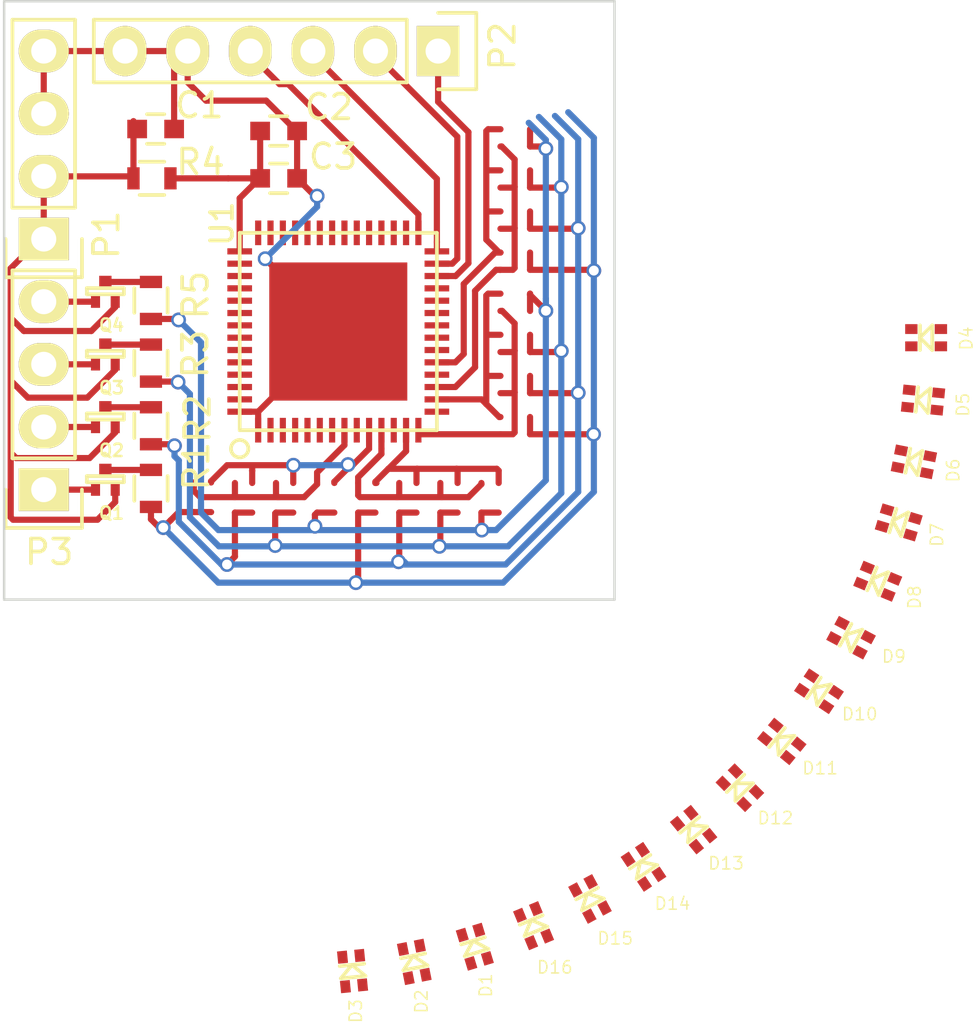
<source format=kicad_pcb>
(kicad_pcb (version 4) (host pcbnew "(2015-04-17 BZR 5609)-product")

  (general
    (links 94)
    (no_connects 63)
    (area 84.891667 86.309999 130.915516 128.475821)
    (thickness 1.6)
    (drawings 5)
    (tracks 343)
    (zones 0)
    (modules 32)
    (nets 70)
  )

  (page A4)
  (layers
    (0 F.Cu signal)
    (31 B.Cu signal)
    (32 B.Adhes user)
    (33 F.Adhes user)
    (34 B.Paste user)
    (35 F.Paste user)
    (36 B.SilkS user)
    (37 F.SilkS user)
    (38 B.Mask user hide)
    (39 F.Mask user)
    (40 Dwgs.User user hide)
    (41 Cmts.User user hide)
    (42 Eco1.User user hide)
    (43 Eco2.User user hide)
    (44 Edge.Cuts user)
    (45 Margin user hide)
    (46 B.CrtYd user hide)
    (47 F.CrtYd user hide)
    (48 B.Fab user hide)
    (49 F.Fab user hide)
  )

  (setup
    (last_trace_width 0.25)
    (trace_clearance 0.2)
    (zone_clearance 0.508)
    (zone_45_only no)
    (trace_min 0.2)
    (segment_width 0.2)
    (edge_width 0.1)
    (via_size 0.6)
    (via_drill 0.4)
    (via_min_size 0.4)
    (via_min_drill 0.3)
    (uvia_size 0.3)
    (uvia_drill 0.1)
    (uvias_allowed no)
    (uvia_min_size 0)
    (uvia_min_drill 0)
    (pcb_text_width 0.3)
    (pcb_text_size 1.5 1.5)
    (mod_edge_width 0.15)
    (mod_text_size 1 1)
    (mod_text_width 0.15)
    (pad_size 2.032 1.7272)
    (pad_drill 1.016)
    (pad_to_mask_clearance 0)
    (aux_axis_origin 0 0)
    (visible_elements FFFEFF7F)
    (pcbplotparams
      (layerselection 0x00030_80000001)
      (usegerberextensions false)
      (excludeedgelayer true)
      (linewidth 0.100000)
      (plotframeref false)
      (viasonmask false)
      (mode 1)
      (useauxorigin false)
      (hpglpennumber 1)
      (hpglpenspeed 20)
      (hpglpendiameter 15)
      (hpglpenoverlay 2)
      (psnegative false)
      (psa4output false)
      (plotreference true)
      (plotvalue true)
      (plotinvisibletext false)
      (padsonsilk false)
      (subtractmaskfromsilk false)
      (outputformat 1)
      (mirror false)
      (drillshape 1)
      (scaleselection 1)
      (outputdirectory ""))
  )

  (net 0 "")
  (net 1 /proto_TLC/TLC_PWR)
  (net 2 GND)
  (net 3 VDD)
  (net 4 /proto_TLC/B0)
  (net 5 /proto_TLC/R0)
  (net 6 /proto_TLC/LED_PWR_OUT_0)
  (net 7 /proto_TLC/B2)
  (net 8 /proto_TLC/R2)
  (net 9 /proto_TLC/LED_PWR_OUT_1)
  (net 10 /proto_TLC/LED_PWR_OUT_2)
  (net 11 /proto_TLC/LED_PWR_OUT_3)
  (net 12 /proto_TLC/B3)
  (net 13 /proto_TLC/R3)
  (net 14 /proto_TLC/B1)
  (net 15 /proto_TLC/R1)
  (net 16 /proto_TLC/SIN)
  (net 17 /proto_TLC/LAT)
  (net 18 /proto_TLC/SCLK)
  (net 19 /proto_TLC/BLANK)
  (net 20 /proto_TLC/LED_EN_0)
  (net 21 /proto_TLC/LED_EN_1)
  (net 22 /proto_TLC/LED_EN_2)
  (net 23 /proto_TLC/LED_EN_3)
  (net 24 /proto_TLC/LED_MOS_0)
  (net 25 /proto_TLC/LED_MOS_1)
  (net 26 /proto_TLC/LED_MOS_2)
  (net 27 /proto_TLC/LED_MOS_3)
  (net 28 "Net-(U1-Pad2)")
  (net 29 "Net-(U1-Pad3)")
  (net 30 "Net-(U1-Pad4)")
  (net 31 "Net-(U1-Pad5)")
  (net 32 "Net-(U1-Pad6)")
  (net 33 "Net-(U1-Pad7)")
  (net 34 "Net-(U1-Pad9)")
  (net 35 "Net-(U1-Pad12)")
  (net 36 "Net-(U1-Pad15)")
  (net 37 "Net-(U1-Pad18)")
  (net 38 "Net-(U1-Pad20)")
  (net 39 "Net-(U1-Pad21)")
  (net 40 "Net-(U1-Pad22)")
  (net 41 "Net-(U1-Pad23)")
  (net 42 "Net-(U1-Pad24)")
  (net 43 "Net-(U1-Pad25)")
  (net 44 "Net-(U1-Pad30)")
  (net 45 "Net-(U1-Pad31)")
  (net 46 "Net-(U1-Pad32)")
  (net 47 "Net-(U1-Pad33)")
  (net 48 "Net-(U1-Pad34)")
  (net 49 "Net-(U1-Pad35)")
  (net 50 "Net-(U1-Pad36)")
  (net 51 "Net-(U1-Pad37)")
  (net 52 "Net-(U1-Pad38)")
  (net 53 "Net-(U1-Pad39)")
  (net 54 "Net-(U1-Pad40)")
  (net 55 "Net-(U1-Pad41)")
  (net 56 "Net-(U1-Pad42)")
  (net 57 "Net-(U1-Pad44)")
  (net 58 "Net-(U1-Pad45)")
  (net 59 "Net-(U1-Pad46)")
  (net 60 "Net-(U1-Pad47)")
  (net 61 "Net-(U1-Pad48)")
  (net 62 "Net-(U1-Pad49)")
  (net 63 "Net-(U1-Pad50)")
  (net 64 "Net-(U1-Pad51)")
  (net 65 "Net-(U1-Pad52)")
  (net 66 "Net-(U1-Pad53)")
  (net 67 "Net-(U1-Pad54)")
  (net 68 "Net-(U1-Pad55)")
  (net 69 "Net-(D9-Pad3)")

  (net_class Default "This is the default net class."
    (clearance 0.2)
    (trace_width 0.25)
    (via_dia 0.6)
    (via_drill 0.4)
    (uvia_dia 0.3)
    (uvia_drill 0.1)
    (add_net /proto_TLC/B0)
    (add_net /proto_TLC/B1)
    (add_net /proto_TLC/B2)
    (add_net /proto_TLC/B3)
    (add_net /proto_TLC/BLANK)
    (add_net /proto_TLC/LAT)
    (add_net /proto_TLC/LED_EN_0)
    (add_net /proto_TLC/LED_EN_1)
    (add_net /proto_TLC/LED_EN_2)
    (add_net /proto_TLC/LED_EN_3)
    (add_net /proto_TLC/LED_MOS_0)
    (add_net /proto_TLC/LED_MOS_1)
    (add_net /proto_TLC/LED_MOS_2)
    (add_net /proto_TLC/LED_MOS_3)
    (add_net /proto_TLC/LED_PWR_OUT_0)
    (add_net /proto_TLC/LED_PWR_OUT_1)
    (add_net /proto_TLC/LED_PWR_OUT_2)
    (add_net /proto_TLC/LED_PWR_OUT_3)
    (add_net /proto_TLC/R0)
    (add_net /proto_TLC/R1)
    (add_net /proto_TLC/R2)
    (add_net /proto_TLC/R3)
    (add_net /proto_TLC/SCLK)
    (add_net /proto_TLC/SIN)
    (add_net /proto_TLC/TLC_PWR)
    (add_net GND)
    (add_net "Net-(D9-Pad3)")
    (add_net "Net-(U1-Pad12)")
    (add_net "Net-(U1-Pad15)")
    (add_net "Net-(U1-Pad18)")
    (add_net "Net-(U1-Pad2)")
    (add_net "Net-(U1-Pad20)")
    (add_net "Net-(U1-Pad21)")
    (add_net "Net-(U1-Pad22)")
    (add_net "Net-(U1-Pad23)")
    (add_net "Net-(U1-Pad24)")
    (add_net "Net-(U1-Pad25)")
    (add_net "Net-(U1-Pad3)")
    (add_net "Net-(U1-Pad30)")
    (add_net "Net-(U1-Pad31)")
    (add_net "Net-(U1-Pad32)")
    (add_net "Net-(U1-Pad33)")
    (add_net "Net-(U1-Pad34)")
    (add_net "Net-(U1-Pad35)")
    (add_net "Net-(U1-Pad36)")
    (add_net "Net-(U1-Pad37)")
    (add_net "Net-(U1-Pad38)")
    (add_net "Net-(U1-Pad39)")
    (add_net "Net-(U1-Pad4)")
    (add_net "Net-(U1-Pad40)")
    (add_net "Net-(U1-Pad41)")
    (add_net "Net-(U1-Pad42)")
    (add_net "Net-(U1-Pad44)")
    (add_net "Net-(U1-Pad45)")
    (add_net "Net-(U1-Pad46)")
    (add_net "Net-(U1-Pad47)")
    (add_net "Net-(U1-Pad48)")
    (add_net "Net-(U1-Pad49)")
    (add_net "Net-(U1-Pad5)")
    (add_net "Net-(U1-Pad50)")
    (add_net "Net-(U1-Pad51)")
    (add_net "Net-(U1-Pad52)")
    (add_net "Net-(U1-Pad53)")
    (add_net "Net-(U1-Pad54)")
    (add_net "Net-(U1-Pad55)")
    (add_net "Net-(U1-Pad6)")
    (add_net "Net-(U1-Pad7)")
    (add_net "Net-(U1-Pad9)")
    (add_net VDD)
  )

  (net_class small ""
    (clearance 0.2)
    (trace_width 0.2032)
    (via_dia 7.62)
    (via_drill 3.81)
    (uvia_dia 0.3)
    (uvia_drill 0.1)
  )

  (module Capacitors_SMD:C_0603 (layer F.Cu) (tedit 5415D631) (tstamp 574F9A09)
    (at 94.54 91.54)
    (descr "Capacitor SMD 0603, reflow soldering, AVX (see smccp.pdf)")
    (tags "capacitor 0603")
    (path /574DFB38/574F60F7)
    (attr smd)
    (fp_text reference C1 (at 1.77 -0.96 180) (layer F.SilkS)
      (effects (font (size 1 1) (thickness 0.15)))
    )
    (fp_text value C (at 0 1.9) (layer F.Fab)
      (effects (font (size 1 1) (thickness 0.15)))
    )
    (fp_line (start -1.45 -0.75) (end 1.45 -0.75) (layer F.CrtYd) (width 0.05))
    (fp_line (start -1.45 0.75) (end 1.45 0.75) (layer F.CrtYd) (width 0.05))
    (fp_line (start -1.45 -0.75) (end -1.45 0.75) (layer F.CrtYd) (width 0.05))
    (fp_line (start 1.45 -0.75) (end 1.45 0.75) (layer F.CrtYd) (width 0.05))
    (fp_line (start -0.35 -0.6) (end 0.35 -0.6) (layer F.SilkS) (width 0.15))
    (fp_line (start 0.35 0.6) (end -0.35 0.6) (layer F.SilkS) (width 0.15))
    (pad 1 smd rect (at -0.75 0) (size 0.8 0.75) (layers F.Cu F.Paste F.Mask)
      (net 3 VDD))
    (pad 2 smd rect (at 0.75 0) (size 0.8 0.75) (layers F.Cu F.Paste F.Mask)
      (net 2 GND))
    (model Capacitors_SMD.3dshapes/C_0603.wrl
      (at (xyz 0 0 0))
      (scale (xyz 1 1 1))
      (rotate (xyz 0 0 0))
    )
  )

  (module Capacitors_SMD:C_0603 (layer F.Cu) (tedit 5415D631) (tstamp 574F9A0F)
    (at 99.53 91.62)
    (descr "Capacitor SMD 0603, reflow soldering, AVX (see smccp.pdf)")
    (tags "capacitor 0603")
    (path /574DFB38/574F4CFC)
    (attr smd)
    (fp_text reference C2 (at 2.04 -0.97) (layer F.SilkS)
      (effects (font (size 1 1) (thickness 0.15)))
    )
    (fp_text value C (at 0 1.9) (layer F.Fab)
      (effects (font (size 1 1) (thickness 0.15)))
    )
    (fp_line (start -1.45 -0.75) (end 1.45 -0.75) (layer F.CrtYd) (width 0.05))
    (fp_line (start -1.45 0.75) (end 1.45 0.75) (layer F.CrtYd) (width 0.05))
    (fp_line (start -1.45 -0.75) (end -1.45 0.75) (layer F.CrtYd) (width 0.05))
    (fp_line (start 1.45 -0.75) (end 1.45 0.75) (layer F.CrtYd) (width 0.05))
    (fp_line (start -0.35 -0.6) (end 0.35 -0.6) (layer F.SilkS) (width 0.15))
    (fp_line (start 0.35 0.6) (end -0.35 0.6) (layer F.SilkS) (width 0.15))
    (pad 1 smd rect (at -0.75 0) (size 0.8 0.75) (layers F.Cu F.Paste F.Mask)
      (net 1 /proto_TLC/TLC_PWR))
    (pad 2 smd rect (at 0.75 0) (size 0.8 0.75) (layers F.Cu F.Paste F.Mask)
      (net 2 GND))
    (model Capacitors_SMD.3dshapes/C_0603.wrl
      (at (xyz 0 0 0))
      (scale (xyz 1 1 1))
      (rotate (xyz 0 0 0))
    )
  )

  (module Capacitors_SMD:C_0603 (layer F.Cu) (tedit 5415D631) (tstamp 574F9A15)
    (at 99.53 93.54)
    (descr "Capacitor SMD 0603, reflow soldering, AVX (see smccp.pdf)")
    (tags "capacitor 0603")
    (path /574DFB38/574F5C22)
    (attr smd)
    (fp_text reference C3 (at 2.21 -0.88) (layer F.SilkS)
      (effects (font (size 1 1) (thickness 0.15)))
    )
    (fp_text value C (at 0 1.9) (layer F.Fab)
      (effects (font (size 1 1) (thickness 0.15)))
    )
    (fp_line (start -1.45 -0.75) (end 1.45 -0.75) (layer F.CrtYd) (width 0.05))
    (fp_line (start -1.45 0.75) (end 1.45 0.75) (layer F.CrtYd) (width 0.05))
    (fp_line (start -1.45 -0.75) (end -1.45 0.75) (layer F.CrtYd) (width 0.05))
    (fp_line (start 1.45 -0.75) (end 1.45 0.75) (layer F.CrtYd) (width 0.05))
    (fp_line (start -0.35 -0.6) (end 0.35 -0.6) (layer F.SilkS) (width 0.15))
    (fp_line (start 0.35 0.6) (end -0.35 0.6) (layer F.SilkS) (width 0.15))
    (pad 1 smd rect (at -0.75 0) (size 0.8 0.75) (layers F.Cu F.Paste F.Mask)
      (net 1 /proto_TLC/TLC_PWR))
    (pad 2 smd rect (at 0.75 0) (size 0.8 0.75) (layers F.Cu F.Paste F.Mask)
      (net 2 GND))
    (model Capacitors_SMD.3dshapes/C_0603.wrl
      (at (xyz 0 0 0))
      (scale (xyz 1 1 1))
      (rotate (xyz 0 0 0))
    )
  )

  (module smt:QFN_N56_THERM (layer F.Cu) (tedit 574F91A6) (tstamp 574F9B0F)
    (at 101.95 99.75)
    (descr "QFN, 56 pin with Thermal pad, 0.5mm pitch")
    (path /574DFB38/574E1311)
    (fp_text reference U1 (at -4.72 -4.37 90) (layer F.SilkS)
      (effects (font (size 0.889 0.889) (thickness 0.15)))
    )
    (fp_text value TLC5954 (at 0 -5.25 180) (layer F.SilkS) hide
      (effects (font (size 0.889 0.889) (thickness 0.15)))
    )
    (fp_circle (center -4 4.75) (end -3.75 4.5) (layer F.SilkS) (width 0.15))
    (fp_line (start -4 -4) (end 4 -4) (layer F.SilkS) (width 0.15))
    (fp_line (start 4 -4) (end 4 4) (layer F.SilkS) (width 0.15))
    (fp_line (start 4 4) (end -4 4) (layer F.SilkS) (width 0.15))
    (fp_line (start -4 4) (end -4 -4) (layer F.SilkS) (width 0.15))
    (pad 43 smd rect (at -4 -3.25) (size 1 0.25) (layers F.Cu F.Paste F.Mask)
      (net 1 /proto_TLC/TLC_PWR))
    (pad 29 smd rect (at 3.25 -4 270) (size 1 0.25) (layers F.Cu F.Paste F.Mask)
      (net 19 /proto_TLC/BLANK))
    (pad 1 smd rect (at -3.25 4) (size 0.25 1) (layers F.Cu F.Paste F.Mask)
      (net 2 GND))
    (pad 2 smd rect (at -2.75 4) (size 0.25 1) (layers F.Cu F.Paste F.Mask)
      (net 28 "Net-(U1-Pad2)"))
    (pad 3 smd rect (at -2.25 4) (size 0.25 1) (layers F.Cu F.Paste F.Mask)
      (net 29 "Net-(U1-Pad3)"))
    (pad 4 smd rect (at -1.75 4) (size 0.25 1) (layers F.Cu F.Paste F.Mask)
      (net 30 "Net-(U1-Pad4)"))
    (pad 5 smd rect (at -1.25 4) (size 0.25 1) (layers F.Cu F.Paste F.Mask)
      (net 31 "Net-(U1-Pad5)"))
    (pad 6 smd rect (at -0.75 4) (size 0.25 1) (layers F.Cu F.Paste F.Mask)
      (net 32 "Net-(U1-Pad6)"))
    (pad 7 smd rect (at -0.25 4) (size 0.25 1) (layers F.Cu F.Paste F.Mask)
      (net 33 "Net-(U1-Pad7)"))
    (pad 8 smd rect (at 0.25 4) (size 0.25 1) (layers F.Cu F.Paste F.Mask)
      (net 5 /proto_TLC/R0))
    (pad 9 smd rect (at 0.75 4) (size 0.25 1) (layers F.Cu F.Paste F.Mask)
      (net 34 "Net-(U1-Pad9)"))
    (pad 10 smd rect (at 1.25 4) (size 0.25 1) (layers F.Cu F.Paste F.Mask)
      (net 4 /proto_TLC/B0))
    (pad 11 smd rect (at 1.75 4) (size 0.25 1) (layers F.Cu F.Paste F.Mask)
      (net 15 /proto_TLC/R1))
    (pad 12 smd rect (at 2.25 4) (size 0.25 1) (layers F.Cu F.Paste F.Mask)
      (net 35 "Net-(U1-Pad12)"))
    (pad 13 smd rect (at 2.75 4) (size 0.25 1) (layers F.Cu F.Paste F.Mask)
      (net 14 /proto_TLC/B1))
    (pad 14 smd rect (at 3.25 4) (size 0.25 1) (layers F.Cu F.Paste F.Mask)
      (net 8 /proto_TLC/R2))
    (pad 15 smd rect (at 4 3.25 180) (size 1 0.25) (layers F.Cu F.Paste F.Mask)
      (net 36 "Net-(U1-Pad15)"))
    (pad 16 smd rect (at 4 2.75 180) (size 1 0.25) (layers F.Cu F.Paste F.Mask)
      (net 7 /proto_TLC/B2))
    (pad 17 smd rect (at 4 2.25 180) (size 1 0.25) (layers F.Cu F.Paste F.Mask)
      (net 13 /proto_TLC/R3))
    (pad 18 smd rect (at 4 1.75 180) (size 1 0.25) (layers F.Cu F.Paste F.Mask)
      (net 37 "Net-(U1-Pad18)"))
    (pad 19 smd rect (at 4 1.25 180) (size 1 0.25) (layers F.Cu F.Paste F.Mask)
      (net 12 /proto_TLC/B3))
    (pad 20 smd rect (at 4 0.75 180) (size 1 0.25) (layers F.Cu F.Paste F.Mask)
      (net 38 "Net-(U1-Pad20)"))
    (pad 21 smd rect (at 4 0.25 180) (size 1 0.25) (layers F.Cu F.Paste F.Mask)
      (net 39 "Net-(U1-Pad21)"))
    (pad 22 smd rect (at 4 -0.25 180) (size 1 0.25) (layers F.Cu F.Paste F.Mask)
      (net 40 "Net-(U1-Pad22)"))
    (pad 23 smd rect (at 4 -0.75 180) (size 1 0.25) (layers F.Cu F.Paste F.Mask)
      (net 41 "Net-(U1-Pad23)"))
    (pad 24 smd rect (at 4 -1.25 180) (size 1 0.25) (layers F.Cu F.Paste F.Mask)
      (net 42 "Net-(U1-Pad24)"))
    (pad 25 smd rect (at 4 -1.75 180) (size 1 0.25) (layers F.Cu F.Paste F.Mask)
      (net 43 "Net-(U1-Pad25)"))
    (pad 26 smd rect (at 4 -2.25 180) (size 1 0.25) (layers F.Cu F.Paste F.Mask)
      (net 16 /proto_TLC/SIN))
    (pad 27 smd rect (at 4 -2.75 180) (size 1 0.25) (layers F.Cu F.Paste F.Mask)
      (net 17 /proto_TLC/LAT))
    (pad 28 smd rect (at 4 -3.25 180) (size 1 0.25) (layers F.Cu F.Paste F.Mask)
      (net 18 /proto_TLC/SCLK))
    (pad 30 smd rect (at 2.75 -4 270) (size 1 0.25) (layers F.Cu F.Paste F.Mask)
      (net 44 "Net-(U1-Pad30)"))
    (pad 31 smd rect (at 2.25 -4 270) (size 1 0.25) (layers F.Cu F.Paste F.Mask)
      (net 45 "Net-(U1-Pad31)"))
    (pad 32 smd rect (at 1.75 -4 270) (size 1 0.25) (layers F.Cu F.Paste F.Mask)
      (net 46 "Net-(U1-Pad32)"))
    (pad 33 smd rect (at 1.25 -4 270) (size 1 0.25) (layers F.Cu F.Paste F.Mask)
      (net 47 "Net-(U1-Pad33)"))
    (pad 34 smd rect (at 0.75 -4 270) (size 1 0.25) (layers F.Cu F.Paste F.Mask)
      (net 48 "Net-(U1-Pad34)"))
    (pad 35 smd rect (at 0.25 -4 270) (size 1 0.25) (layers F.Cu F.Paste F.Mask)
      (net 49 "Net-(U1-Pad35)"))
    (pad 36 smd rect (at -0.25 -4 270) (size 1 0.25) (layers F.Cu F.Paste F.Mask)
      (net 50 "Net-(U1-Pad36)"))
    (pad 37 smd rect (at -0.75 -4 270) (size 1 0.25) (layers F.Cu F.Paste F.Mask)
      (net 51 "Net-(U1-Pad37)"))
    (pad 38 smd rect (at -1.25 -4 270) (size 1 0.25) (layers F.Cu F.Paste F.Mask)
      (net 52 "Net-(U1-Pad38)"))
    (pad 39 smd rect (at -1.75 -4 270) (size 1 0.25) (layers F.Cu F.Paste F.Mask)
      (net 53 "Net-(U1-Pad39)"))
    (pad 40 smd rect (at -2.25 -4 270) (size 1 0.25) (layers F.Cu F.Paste F.Mask)
      (net 54 "Net-(U1-Pad40)"))
    (pad 41 smd rect (at -2.75 -4 270) (size 1 0.25) (layers F.Cu F.Paste F.Mask)
      (net 55 "Net-(U1-Pad41)"))
    (pad 42 smd rect (at -3.25 -4 270) (size 1 0.25) (layers F.Cu F.Paste F.Mask)
      (net 56 "Net-(U1-Pad42)"))
    (pad 44 smd rect (at -4 -2.75) (size 1 0.25) (layers F.Cu F.Paste F.Mask)
      (net 57 "Net-(U1-Pad44)"))
    (pad 45 smd rect (at -4 -2.25) (size 1 0.25) (layers F.Cu F.Paste F.Mask)
      (net 58 "Net-(U1-Pad45)"))
    (pad 46 smd rect (at -4 -1.75) (size 1 0.25) (layers F.Cu F.Paste F.Mask)
      (net 59 "Net-(U1-Pad46)"))
    (pad 47 smd rect (at -4 -1.25) (size 1 0.25) (layers F.Cu F.Paste F.Mask)
      (net 60 "Net-(U1-Pad47)"))
    (pad 48 smd rect (at -4 -0.75) (size 1 0.25) (layers F.Cu F.Paste F.Mask)
      (net 61 "Net-(U1-Pad48)"))
    (pad 49 smd rect (at -4 -0.25) (size 1 0.25) (layers F.Cu F.Paste F.Mask)
      (net 62 "Net-(U1-Pad49)"))
    (pad 50 smd rect (at -4 0.25) (size 1 0.25) (layers F.Cu F.Paste F.Mask)
      (net 63 "Net-(U1-Pad50)"))
    (pad 51 smd rect (at -4 0.75) (size 1 0.25) (layers F.Cu F.Paste F.Mask)
      (net 64 "Net-(U1-Pad51)"))
    (pad 52 smd rect (at -4 1.25) (size 1 0.25) (layers F.Cu F.Paste F.Mask)
      (net 65 "Net-(U1-Pad52)"))
    (pad 53 smd rect (at -4 1.75) (size 1 0.25) (layers F.Cu F.Paste F.Mask)
      (net 66 "Net-(U1-Pad53)"))
    (pad 54 smd rect (at -4 2.25) (size 1 0.25) (layers F.Cu F.Paste F.Mask)
      (net 67 "Net-(U1-Pad54)"))
    (pad 55 smd rect (at -4 2.75) (size 1 0.25) (layers F.Cu F.Paste F.Mask)
      (net 68 "Net-(U1-Pad55)"))
    (pad 56 smd rect (at -4 3.25) (size 1 0.25) (layers F.Cu F.Paste F.Mask)
      (net 2 GND))
    (pad 57 smd rect (at 0 0) (size 5.6 5.6) (layers F.Cu F.Paste F.Mask)
      (net 2 GND))
  )

  (module Pin_Headers:Pin_Header_Straight_1x04 (layer F.Cu) (tedit 0) (tstamp 574F9D67)
    (at 90 96 180)
    (descr "Through hole pin header")
    (tags "pin header")
    (path /574F17B7)
    (fp_text reference P1 (at -2.54 0.17 270) (layer F.SilkS)
      (effects (font (size 1 1) (thickness 0.15)))
    )
    (fp_text value CONN_01X04 (at 0 -3.1 180) (layer F.Fab)
      (effects (font (size 1 1) (thickness 0.15)))
    )
    (fp_line (start -1.75 -1.75) (end -1.75 9.4) (layer F.CrtYd) (width 0.05))
    (fp_line (start 1.75 -1.75) (end 1.75 9.4) (layer F.CrtYd) (width 0.05))
    (fp_line (start -1.75 -1.75) (end 1.75 -1.75) (layer F.CrtYd) (width 0.05))
    (fp_line (start -1.75 9.4) (end 1.75 9.4) (layer F.CrtYd) (width 0.05))
    (fp_line (start -1.27 1.27) (end -1.27 8.89) (layer F.SilkS) (width 0.15))
    (fp_line (start 1.27 1.27) (end 1.27 8.89) (layer F.SilkS) (width 0.15))
    (fp_line (start 1.55 -1.55) (end 1.55 0) (layer F.SilkS) (width 0.15))
    (fp_line (start -1.27 8.89) (end 1.27 8.89) (layer F.SilkS) (width 0.15))
    (fp_line (start 1.27 1.27) (end -1.27 1.27) (layer F.SilkS) (width 0.15))
    (fp_line (start -1.55 0) (end -1.55 -1.55) (layer F.SilkS) (width 0.15))
    (fp_line (start -1.55 -1.55) (end 1.55 -1.55) (layer F.SilkS) (width 0.15))
    (pad 1 thru_hole rect (at 0 0 180) (size 2.032 1.7272) (drill 1.016) (layers *.Cu *.Mask F.SilkS)
      (net 3 VDD))
    (pad 2 thru_hole oval (at 0 2.54 180) (size 2.032 1.7272) (drill 1.016) (layers *.Cu *.Mask F.SilkS)
      (net 3 VDD))
    (pad 3 thru_hole oval (at 0 5.08 180) (size 2.032 1.7272) (drill 1.016) (layers *.Cu *.Mask F.SilkS)
      (net 2 GND))
    (pad 4 thru_hole oval (at 0 7.62 180) (size 2.032 1.7272) (drill 1.016) (layers *.Cu *.Mask F.SilkS)
      (net 2 GND))
    (model Pin_Headers.3dshapes/Pin_Header_Straight_1x04.wrl
      (at (xyz 0 -0.15 0))
      (scale (xyz 1 1 1))
      (rotate (xyz 0 0 90))
    )
  )

  (module Pin_Headers:Pin_Header_Straight_1x06 (layer F.Cu) (tedit 0) (tstamp 574F9D6E)
    (at 106 88.38 270)
    (descr "Through hole pin header")
    (tags "pin header")
    (path /574F18A7)
    (fp_text reference P2 (at -0.2 -2.61 270) (layer F.SilkS)
      (effects (font (size 1 1) (thickness 0.15)))
    )
    (fp_text value CONN_01X06 (at 0 -3.1 270) (layer F.Fab)
      (effects (font (size 1 1) (thickness 0.15)))
    )
    (fp_line (start -1.75 -1.75) (end -1.75 14.45) (layer F.CrtYd) (width 0.05))
    (fp_line (start 1.75 -1.75) (end 1.75 14.45) (layer F.CrtYd) (width 0.05))
    (fp_line (start -1.75 -1.75) (end 1.75 -1.75) (layer F.CrtYd) (width 0.05))
    (fp_line (start -1.75 14.45) (end 1.75 14.45) (layer F.CrtYd) (width 0.05))
    (fp_line (start 1.27 1.27) (end 1.27 13.97) (layer F.SilkS) (width 0.15))
    (fp_line (start 1.27 13.97) (end -1.27 13.97) (layer F.SilkS) (width 0.15))
    (fp_line (start -1.27 13.97) (end -1.27 1.27) (layer F.SilkS) (width 0.15))
    (fp_line (start 1.55 -1.55) (end 1.55 0) (layer F.SilkS) (width 0.15))
    (fp_line (start 1.27 1.27) (end -1.27 1.27) (layer F.SilkS) (width 0.15))
    (fp_line (start -1.55 0) (end -1.55 -1.55) (layer F.SilkS) (width 0.15))
    (fp_line (start -1.55 -1.55) (end 1.55 -1.55) (layer F.SilkS) (width 0.15))
    (pad 1 thru_hole rect (at 0 0 270) (size 2.032 1.7272) (drill 1.016) (layers *.Cu *.Mask F.SilkS)
      (net 16 /proto_TLC/SIN))
    (pad 2 thru_hole oval (at 0 2.54 270) (size 2.032 1.7272) (drill 1.016) (layers *.Cu *.Mask F.SilkS)
      (net 17 /proto_TLC/LAT))
    (pad 3 thru_hole oval (at 0 5.08 270) (size 2.032 1.7272) (drill 1.016) (layers *.Cu *.Mask F.SilkS)
      (net 18 /proto_TLC/SCLK))
    (pad 4 thru_hole oval (at 0 7.62 270) (size 2.032 1.7272) (drill 1.016) (layers *.Cu *.Mask F.SilkS)
      (net 19 /proto_TLC/BLANK))
    (pad 5 thru_hole oval (at 0 10.16 270) (size 2.032 1.7272) (drill 1.016) (layers *.Cu *.Mask F.SilkS)
      (net 2 GND))
    (pad 6 thru_hole oval (at 0 12.7 270) (size 2.032 1.7272) (drill 1.016) (layers *.Cu *.Mask F.SilkS)
      (net 2 GND))
    (model Pin_Headers.3dshapes/Pin_Header_Straight_1x06.wrl
      (at (xyz 0 -0.25 0))
      (scale (xyz 1 1 1))
      (rotate (xyz 0 0 90))
    )
  )

  (module Pin_Headers:Pin_Header_Straight_1x04 (layer F.Cu) (tedit 574FB4C1) (tstamp 574F9D77)
    (at 90 106.16 180)
    (descr "Through hole pin header")
    (tags "pin header")
    (path /574F453F)
    (fp_text reference P3 (at -0.22 -2.53 180) (layer F.SilkS)
      (effects (font (size 1 1) (thickness 0.15)))
    )
    (fp_text value CONN_01X04 (at 0 -3.1 180) (layer F.Fab)
      (effects (font (size 1 1) (thickness 0.15)))
    )
    (fp_line (start -1.75 -1.75) (end -1.75 9.4) (layer F.CrtYd) (width 0.05))
    (fp_line (start 1.75 -1.75) (end 1.75 9.4) (layer F.CrtYd) (width 0.05))
    (fp_line (start -1.75 -1.75) (end 1.75 -1.75) (layer F.CrtYd) (width 0.05))
    (fp_line (start -1.75 9.4) (end 1.75 9.4) (layer F.CrtYd) (width 0.05))
    (fp_line (start -1.27 1.27) (end -1.27 8.89) (layer F.SilkS) (width 0.15))
    (fp_line (start 1.27 1.27) (end 1.27 8.89) (layer F.SilkS) (width 0.15))
    (fp_line (start 1.55 -1.55) (end 1.55 0) (layer F.SilkS) (width 0.15))
    (fp_line (start -1.27 8.89) (end 1.27 8.89) (layer F.SilkS) (width 0.15))
    (fp_line (start 1.27 1.27) (end -1.27 1.27) (layer F.SilkS) (width 0.15))
    (fp_line (start -1.55 0) (end -1.55 -1.55) (layer F.SilkS) (width 0.15))
    (fp_line (start -1.55 -1.55) (end 1.55 -1.55) (layer F.SilkS) (width 0.15))
    (pad 1 thru_hole rect (at 0 0 180) (size 2.032 1.7272) (drill 1.016) (layers *.Cu *.Mask F.SilkS)
      (net 20 /proto_TLC/LED_EN_0))
    (pad 2 thru_hole oval (at 0 2.54 180) (size 2.032 1.7272) (drill 1.016) (layers *.Cu *.Mask F.SilkS)
      (net 21 /proto_TLC/LED_EN_1))
    (pad 3 thru_hole oval (at 0 5.08 180) (size 2.032 1.7272) (drill 1.016) (layers *.Cu *.Mask F.SilkS)
      (net 22 /proto_TLC/LED_EN_2))
    (pad 4 thru_hole oval (at 0 7.62 180) (size 2.032 1.7272) (drill 1.016) (layers *.Cu *.Mask F.SilkS)
      (net 23 /proto_TLC/LED_EN_3))
    (model Pin_Headers.3dshapes/Pin_Header_Straight_1x04.wrl
      (at (xyz 0 -0.15 0))
      (scale (xyz 1 1 1))
      (rotate (xyz 0 0 90))
    )
  )

  (module Resistors_SMD:R_0603 (layer F.Cu) (tedit 5415CC62) (tstamp 574F9DAA)
    (at 94.35 106.11 270)
    (descr "Resistor SMD 0603, reflow soldering, Vishay (see dcrcw.pdf)")
    (tags "resistor 0603")
    (path /574DFB38/574E4A04)
    (attr smd)
    (fp_text reference R1 (at -0.9 -1.84 270) (layer F.SilkS)
      (effects (font (size 1 1) (thickness 0.15)))
    )
    (fp_text value R (at 0 1.9 270) (layer F.Fab)
      (effects (font (size 1 1) (thickness 0.15)))
    )
    (fp_line (start -1.3 -0.8) (end 1.3 -0.8) (layer F.CrtYd) (width 0.05))
    (fp_line (start -1.3 0.8) (end 1.3 0.8) (layer F.CrtYd) (width 0.05))
    (fp_line (start -1.3 -0.8) (end -1.3 0.8) (layer F.CrtYd) (width 0.05))
    (fp_line (start 1.3 -0.8) (end 1.3 0.8) (layer F.CrtYd) (width 0.05))
    (fp_line (start 0.5 0.675) (end -0.5 0.675) (layer F.SilkS) (width 0.15))
    (fp_line (start -0.5 -0.675) (end 0.5 -0.675) (layer F.SilkS) (width 0.15))
    (pad 1 smd rect (at -0.75 0 270) (size 0.5 0.9) (layers F.Cu F.Paste F.Mask)
      (net 24 /proto_TLC/LED_MOS_0))
    (pad 2 smd rect (at 0.75 0 270) (size 0.5 0.9) (layers F.Cu F.Paste F.Mask)
      (net 6 /proto_TLC/LED_PWR_OUT_0))
    (model Resistors_SMD.3dshapes/R_0603.wrl
      (at (xyz 0 0 0))
      (scale (xyz 1 1 1))
      (rotate (xyz 0 0 0))
    )
  )

  (module Resistors_SMD:R_0603 (layer F.Cu) (tedit 5415CC62) (tstamp 574F9DAF)
    (at 94.35 103.57 270)
    (descr "Resistor SMD 0603, reflow soldering, Vishay (see dcrcw.pdf)")
    (tags "resistor 0603")
    (path /574DFB38/574E4AA0)
    (attr smd)
    (fp_text reference R2 (at -0.29 -1.89 270) (layer F.SilkS)
      (effects (font (size 1 1) (thickness 0.15)))
    )
    (fp_text value R (at 0 1.9 270) (layer F.Fab)
      (effects (font (size 1 1) (thickness 0.15)))
    )
    (fp_line (start -1.3 -0.8) (end 1.3 -0.8) (layer F.CrtYd) (width 0.05))
    (fp_line (start -1.3 0.8) (end 1.3 0.8) (layer F.CrtYd) (width 0.05))
    (fp_line (start -1.3 -0.8) (end -1.3 0.8) (layer F.CrtYd) (width 0.05))
    (fp_line (start 1.3 -0.8) (end 1.3 0.8) (layer F.CrtYd) (width 0.05))
    (fp_line (start 0.5 0.675) (end -0.5 0.675) (layer F.SilkS) (width 0.15))
    (fp_line (start -0.5 -0.675) (end 0.5 -0.675) (layer F.SilkS) (width 0.15))
    (pad 1 smd rect (at -0.75 0 270) (size 0.5 0.9) (layers F.Cu F.Paste F.Mask)
      (net 25 /proto_TLC/LED_MOS_1))
    (pad 2 smd rect (at 0.75 0 270) (size 0.5 0.9) (layers F.Cu F.Paste F.Mask)
      (net 9 /proto_TLC/LED_PWR_OUT_1))
    (model Resistors_SMD.3dshapes/R_0603.wrl
      (at (xyz 0 0 0))
      (scale (xyz 1 1 1))
      (rotate (xyz 0 0 0))
    )
  )

  (module Resistors_SMD:R_0603 (layer F.Cu) (tedit 5415CC62) (tstamp 574F9DB4)
    (at 94.35 101.03 270)
    (descr "Resistor SMD 0603, reflow soldering, Vishay (see dcrcw.pdf)")
    (tags "resistor 0603")
    (path /574DFB38/574E4AE0)
    (attr smd)
    (fp_text reference R3 (at -0.37 -1.8 270) (layer F.SilkS)
      (effects (font (size 1 1) (thickness 0.15)))
    )
    (fp_text value R (at 0 1.9 270) (layer F.Fab)
      (effects (font (size 1 1) (thickness 0.15)))
    )
    (fp_line (start -1.3 -0.8) (end 1.3 -0.8) (layer F.CrtYd) (width 0.05))
    (fp_line (start -1.3 0.8) (end 1.3 0.8) (layer F.CrtYd) (width 0.05))
    (fp_line (start -1.3 -0.8) (end -1.3 0.8) (layer F.CrtYd) (width 0.05))
    (fp_line (start 1.3 -0.8) (end 1.3 0.8) (layer F.CrtYd) (width 0.05))
    (fp_line (start 0.5 0.675) (end -0.5 0.675) (layer F.SilkS) (width 0.15))
    (fp_line (start -0.5 -0.675) (end 0.5 -0.675) (layer F.SilkS) (width 0.15))
    (pad 1 smd rect (at -0.75 0 270) (size 0.5 0.9) (layers F.Cu F.Paste F.Mask)
      (net 26 /proto_TLC/LED_MOS_2))
    (pad 2 smd rect (at 0.75 0 270) (size 0.5 0.9) (layers F.Cu F.Paste F.Mask)
      (net 10 /proto_TLC/LED_PWR_OUT_2))
    (model Resistors_SMD.3dshapes/R_0603.wrl
      (at (xyz 0 0 0))
      (scale (xyz 1 1 1))
      (rotate (xyz 0 0 0))
    )
  )

  (module led:led_dual (layer F.Cu) (tedit 574FAE9F) (tstamp 574FB0C7)
    (at 125.800003 100.000000 180.000005)
    (path /574DFB38/574E245C)
    (fp_text reference D4 (at -1.63 -0.03 450) (layer F.SilkS)
      (effects (font (size 0.5 0.5) (thickness 0.06)))
    )
    (fp_text value APHB1608LVBDSEKJ3C (at 0 -1.25 450) (layer F.Fab) hide
      (effects (font (size 1 1) (thickness 0.15)))
    )
    (fp_line (start 0.25 -0.5) (end 0.25 0.5) (layer F.SilkS) (width 0.15))
    (fp_line (start -0.25 -0.5) (end -0.25 0.5) (layer F.SilkS) (width 0.15))
    (fp_line (start -0.25 0.5) (end 0.25 0) (layer F.SilkS) (width 0.15))
    (fp_line (start 0.25 0) (end -0.25 -0.5) (layer F.SilkS) (width 0.15))
    (pad 1 smd rect (at 0.6 0.35 180.000005) (size 0.5 0.4) (layers F.Cu F.Paste F.Mask)
      (net 4 /proto_TLC/B0))
    (pad 3 smd rect (at 0.6 -0.35 180.000005) (size 0.5 0.4) (layers F.Cu F.Paste F.Mask)
      (net 5 /proto_TLC/R0))
    (pad 4 smd rect (at -0.6 -0.35 180.000005) (size 0.5 0.4) (layers F.Cu F.Paste F.Mask)
      (net 11 /proto_TLC/LED_PWR_OUT_3))
    (pad 2 smd rect (at -0.6 0.35 180.000005) (size 0.5 0.4) (layers F.Cu F.Paste F.Mask)
      (net 11 /proto_TLC/LED_PWR_OUT_3))
  )

  (module led:led_dual (layer F.Cu) (tedit 574FAE9F) (tstamp 574FB0D3)
    (at 125.675766 102.528839 174.375003)
    (path /574DFB38/574E248E)
    (fp_text reference D5 (at -1.63 -0.03 450) (layer F.SilkS)
      (effects (font (size 0.5 0.5) (thickness 0.06)))
    )
    (fp_text value APHB1608LVBDSEKJ3C (at 0 -1.25 450) (layer F.Fab) hide
      (effects (font (size 1 1) (thickness 0.15)))
    )
    (fp_line (start 0.25 -0.5) (end 0.25 0.5) (layer F.SilkS) (width 0.15))
    (fp_line (start -0.25 -0.5) (end -0.25 0.5) (layer F.SilkS) (width 0.15))
    (fp_line (start -0.25 0.5) (end 0.25 0) (layer F.SilkS) (width 0.15))
    (fp_line (start 0.25 0) (end -0.25 -0.5) (layer F.SilkS) (width 0.15))
    (pad 1 smd rect (at 0.6 0.35 174.375003) (size 0.5 0.4) (layers F.Cu F.Paste F.Mask)
      (net 14 /proto_TLC/B1))
    (pad 3 smd rect (at 0.6 -0.35 174.375003) (size 0.5 0.4) (layers F.Cu F.Paste F.Mask)
      (net 15 /proto_TLC/R1))
    (pad 4 smd rect (at -0.6 -0.35 174.375003) (size 0.5 0.4) (layers F.Cu F.Paste F.Mask)
      (net 6 /proto_TLC/LED_PWR_OUT_0))
    (pad 2 smd rect (at -0.6 0.35 174.375003) (size 0.5 0.4) (layers F.Cu F.Paste F.Mask)
      (net 6 /proto_TLC/LED_PWR_OUT_0))
  )

  (module led:led_dual (layer F.Cu) (tedit 574FAE9F) (tstamp 574FB0DF)
    (at 125.304260 105.033325 168.750000)
    (path /574DFB38/574E24C0)
    (fp_text reference D6 (at -1.63 -0.03 450) (layer F.SilkS)
      (effects (font (size 0.5 0.5) (thickness 0.06)))
    )
    (fp_text value APHB1608LVBDSEKJ3C (at 0 -1.25 450) (layer F.Fab) hide
      (effects (font (size 1 1) (thickness 0.15)))
    )
    (fp_line (start 0.25 -0.5) (end 0.25 0.5) (layer F.SilkS) (width 0.15))
    (fp_line (start -0.25 -0.5) (end -0.25 0.5) (layer F.SilkS) (width 0.15))
    (fp_line (start -0.25 0.5) (end 0.25 0) (layer F.SilkS) (width 0.15))
    (fp_line (start 0.25 0) (end -0.25 -0.5) (layer F.SilkS) (width 0.15))
    (pad 1 smd rect (at 0.6 0.35 168.750000) (size 0.5 0.4) (layers F.Cu F.Paste F.Mask)
      (net 14 /proto_TLC/B1))
    (pad 3 smd rect (at 0.6 -0.35 168.750000) (size 0.5 0.4) (layers F.Cu F.Paste F.Mask)
      (net 15 /proto_TLC/R1))
    (pad 4 smd rect (at -0.6 -0.35 168.750000) (size 0.5 0.4) (layers F.Cu F.Paste F.Mask)
      (net 9 /proto_TLC/LED_PWR_OUT_1))
    (pad 2 smd rect (at -0.6 0.35 168.750000) (size 0.5 0.4) (layers F.Cu F.Paste F.Mask)
      (net 9 /proto_TLC/LED_PWR_OUT_1))
  )

  (module led:led_dual (layer F.Cu) (tedit 574FAE9F) (tstamp 574FB0EB)
    (at 124.689056 107.489349 163.124998)
    (path /574DFB38/574E38A4)
    (fp_text reference D7 (at -1.63 -0.03 450) (layer F.SilkS)
      (effects (font (size 0.5 0.5) (thickness 0.06)))
    )
    (fp_text value APHB1608LVBDSEKJ3C (at 0 -1.25 450) (layer F.Fab) hide
      (effects (font (size 1 1) (thickness 0.15)))
    )
    (fp_line (start 0.25 -0.5) (end 0.25 0.5) (layer F.SilkS) (width 0.15))
    (fp_line (start -0.25 -0.5) (end -0.25 0.5) (layer F.SilkS) (width 0.15))
    (fp_line (start -0.25 0.5) (end 0.25 0) (layer F.SilkS) (width 0.15))
    (fp_line (start 0.25 0) (end -0.25 -0.5) (layer F.SilkS) (width 0.15))
    (pad 1 smd rect (at 0.6 0.35 163.124998) (size 0.5 0.4) (layers F.Cu F.Paste F.Mask)
      (net 14 /proto_TLC/B1))
    (pad 3 smd rect (at 0.6 -0.35 163.124998) (size 0.5 0.4) (layers F.Cu F.Paste F.Mask)
      (net 15 /proto_TLC/R1))
    (pad 4 smd rect (at -0.6 -0.35 163.124998) (size 0.5 0.4) (layers F.Cu F.Paste F.Mask)
      (net 10 /proto_TLC/LED_PWR_OUT_2))
    (pad 2 smd rect (at -0.6 0.35 163.124998) (size 0.5 0.4) (layers F.Cu F.Paste F.Mask)
      (net 10 /proto_TLC/LED_PWR_OUT_2))
  )

  (module led:led_dual (layer F.Cu) (tedit 574FAE9F) (tstamp 574FB0F7)
    (at 123.836090 109.873230 157.500009)
    (path /574DFB38/574E38AA)
    (fp_text reference D8 (at -1.63 -0.03 450) (layer F.SilkS)
      (effects (font (size 0.5 0.5) (thickness 0.06)))
    )
    (fp_text value APHB1608LVBDSEKJ3C (at 0 -1.25 450) (layer F.Fab) hide
      (effects (font (size 1 1) (thickness 0.15)))
    )
    (fp_line (start 0.25 -0.5) (end 0.25 0.5) (layer F.SilkS) (width 0.15))
    (fp_line (start -0.25 -0.5) (end -0.25 0.5) (layer F.SilkS) (width 0.15))
    (fp_line (start -0.25 0.5) (end 0.25 0) (layer F.SilkS) (width 0.15))
    (fp_line (start 0.25 0) (end -0.25 -0.5) (layer F.SilkS) (width 0.15))
    (pad 1 smd rect (at 0.6 0.35 157.500009) (size 0.5 0.4) (layers F.Cu F.Paste F.Mask)
      (net 14 /proto_TLC/B1))
    (pad 3 smd rect (at 0.6 -0.35 157.500009) (size 0.5 0.4) (layers F.Cu F.Paste F.Mask)
      (net 15 /proto_TLC/R1))
    (pad 4 smd rect (at -0.6 -0.35 157.500009) (size 0.5 0.4) (layers F.Cu F.Paste F.Mask)
      (net 11 /proto_TLC/LED_PWR_OUT_3))
    (pad 2 smd rect (at -0.6 0.35 157.500009) (size 0.5 0.4) (layers F.Cu F.Paste F.Mask)
      (net 11 /proto_TLC/LED_PWR_OUT_3))
  )

  (module led:led_dual (layer F.Cu) (tedit 574FAE9F) (tstamp 574FB103)
    (at 122.753571 112.162033 151.875007)
    (path /574DFB38/574E38B0)
    (fp_text reference D9 (at -1.89 0.15 180) (layer F.SilkS)
      (effects (font (size 0.5 0.5) (thickness 0.06)))
    )
    (fp_text value APHB1608LVBDSEKJ3C (at 0 -1.25 180) (layer F.Fab) hide
      (effects (font (size 1 1) (thickness 0.15)))
    )
    (fp_line (start 0.25 -0.5) (end 0.25 0.5) (layer F.SilkS) (width 0.15))
    (fp_line (start -0.25 -0.5) (end -0.25 0.5) (layer F.SilkS) (width 0.15))
    (fp_line (start -0.25 0.5) (end 0.25 0) (layer F.SilkS) (width 0.15))
    (fp_line (start 0.25 0) (end -0.25 -0.5) (layer F.SilkS) (width 0.15))
    (pad 1 smd rect (at 0.6 0.35 151.875007) (size 0.5 0.4) (layers F.Cu F.Paste F.Mask)
      (net 7 /proto_TLC/B2))
    (pad 3 smd rect (at 0.6 -0.35 151.875007) (size 0.5 0.4) (layers F.Cu F.Paste F.Mask)
      (net 69 "Net-(D9-Pad3)"))
    (pad 4 smd rect (at -0.6 -0.35 151.875007) (size 0.5 0.4) (layers F.Cu F.Paste F.Mask)
      (net 6 /proto_TLC/LED_PWR_OUT_0))
    (pad 2 smd rect (at -0.6 0.35 151.875007) (size 0.5 0.4) (layers F.Cu F.Paste F.Mask)
      (net 6 /proto_TLC/LED_PWR_OUT_0))
  )

  (module led:led_dual (layer F.Cu) (tedit 574FAE9F) (tstamp 574FB10F)
    (at 121.451920 114.333710 146.250005)
    (path /574DFB38/574E38B6)
    (fp_text reference D10 (at -1.89 0.15 180) (layer F.SilkS)
      (effects (font (size 0.5 0.5) (thickness 0.06)))
    )
    (fp_text value APHB1608LVBDSEKJ3C (at 0 -1.25 180) (layer F.Fab) hide
      (effects (font (size 1 1) (thickness 0.15)))
    )
    (fp_line (start 0.25 -0.5) (end 0.25 0.5) (layer F.SilkS) (width 0.15))
    (fp_line (start -0.25 -0.5) (end -0.25 0.5) (layer F.SilkS) (width 0.15))
    (fp_line (start -0.25 0.5) (end 0.25 0) (layer F.SilkS) (width 0.15))
    (fp_line (start 0.25 0) (end -0.25 -0.5) (layer F.SilkS) (width 0.15))
    (pad 1 smd rect (at 0.6 0.35 146.250005) (size 0.5 0.4) (layers F.Cu F.Paste F.Mask)
      (net 7 /proto_TLC/B2))
    (pad 3 smd rect (at 0.6 -0.35 146.250005) (size 0.5 0.4) (layers F.Cu F.Paste F.Mask)
      (net 8 /proto_TLC/R2))
    (pad 4 smd rect (at -0.6 -0.35 146.250005) (size 0.5 0.4) (layers F.Cu F.Paste F.Mask)
      (net 9 /proto_TLC/LED_PWR_OUT_1))
    (pad 2 smd rect (at -0.6 0.35 146.250005) (size 0.5 0.4) (layers F.Cu F.Paste F.Mask)
      (net 9 /proto_TLC/LED_PWR_OUT_1))
  )

  (module led:led_dual (layer F.Cu) (tedit 574FAE9F) (tstamp 574FB11B)
    (at 119.943665 116.367340 140.625003)
    (path /574DFB38/574E38BC)
    (fp_text reference D11 (at -1.89 0.15 180) (layer F.SilkS)
      (effects (font (size 0.5 0.5) (thickness 0.06)))
    )
    (fp_text value APHB1608LVBDSEKJ3C (at 0 -1.25 180) (layer F.Fab) hide
      (effects (font (size 1 1) (thickness 0.15)))
    )
    (fp_line (start 0.25 -0.5) (end 0.25 0.5) (layer F.SilkS) (width 0.15))
    (fp_line (start -0.25 -0.5) (end -0.25 0.5) (layer F.SilkS) (width 0.15))
    (fp_line (start -0.25 0.5) (end 0.25 0) (layer F.SilkS) (width 0.15))
    (fp_line (start 0.25 0) (end -0.25 -0.5) (layer F.SilkS) (width 0.15))
    (pad 1 smd rect (at 0.6 0.35 140.625003) (size 0.5 0.4) (layers F.Cu F.Paste F.Mask)
      (net 7 /proto_TLC/B2))
    (pad 3 smd rect (at 0.6 -0.35 140.625003) (size 0.5 0.4) (layers F.Cu F.Paste F.Mask)
      (net 8 /proto_TLC/R2))
    (pad 4 smd rect (at -0.6 -0.35 140.625003) (size 0.5 0.4) (layers F.Cu F.Paste F.Mask)
      (net 10 /proto_TLC/LED_PWR_OUT_2))
    (pad 2 smd rect (at -0.6 0.35 140.625003) (size 0.5 0.4) (layers F.Cu F.Paste F.Mask)
      (net 10 /proto_TLC/LED_PWR_OUT_2))
  )

  (module led:led_dual (layer F.Cu) (tedit 574FAE9F) (tstamp 574FB127)
    (at 118.243347 118.243347 135.000000)
    (path /574DFB38/574E38C2)
    (fp_text reference D12 (at -1.89 0.15 180) (layer F.SilkS)
      (effects (font (size 0.5 0.5) (thickness 0.06)))
    )
    (fp_text value APHB1608LVBDSEKJ3C (at 0 -1.25 180) (layer F.Fab) hide
      (effects (font (size 1 1) (thickness 0.15)))
    )
    (fp_line (start 0.25 -0.5) (end 0.25 0.5) (layer F.SilkS) (width 0.15))
    (fp_line (start -0.25 -0.5) (end -0.25 0.5) (layer F.SilkS) (width 0.15))
    (fp_line (start -0.25 0.5) (end 0.25 0) (layer F.SilkS) (width 0.15))
    (fp_line (start 0.25 0) (end -0.25 -0.5) (layer F.SilkS) (width 0.15))
    (pad 1 smd rect (at 0.6 0.35 135.000000) (size 0.5 0.4) (layers F.Cu F.Paste F.Mask)
      (net 7 /proto_TLC/B2))
    (pad 3 smd rect (at 0.6 -0.35 135.000000) (size 0.5 0.4) (layers F.Cu F.Paste F.Mask)
      (net 8 /proto_TLC/R2))
    (pad 4 smd rect (at -0.6 -0.35 135.000000) (size 0.5 0.4) (layers F.Cu F.Paste F.Mask)
      (net 11 /proto_TLC/LED_PWR_OUT_3))
    (pad 2 smd rect (at -0.6 0.35 135.000000) (size 0.5 0.4) (layers F.Cu F.Paste F.Mask)
      (net 11 /proto_TLC/LED_PWR_OUT_3))
  )

  (module led:led_dual (layer F.Cu) (tedit 574FAE9F) (tstamp 574FB133)
    (at 116.367340 119.943665 129.375012)
    (path /574DFB38/574E41CA)
    (fp_text reference D13 (at -1.89 0.15 180) (layer F.SilkS)
      (effects (font (size 0.5 0.5) (thickness 0.06)))
    )
    (fp_text value APHB1608LVBDSEKJ3C (at 0 -1.25 180) (layer F.Fab) hide
      (effects (font (size 1 1) (thickness 0.15)))
    )
    (fp_line (start 0.25 -0.5) (end 0.25 0.5) (layer F.SilkS) (width 0.15))
    (fp_line (start -0.25 -0.5) (end -0.25 0.5) (layer F.SilkS) (width 0.15))
    (fp_line (start -0.25 0.5) (end 0.25 0) (layer F.SilkS) (width 0.15))
    (fp_line (start 0.25 0) (end -0.25 -0.5) (layer F.SilkS) (width 0.15))
    (pad 1 smd rect (at 0.6 0.35 129.375012) (size 0.5 0.4) (layers F.Cu F.Paste F.Mask)
      (net 12 /proto_TLC/B3))
    (pad 3 smd rect (at 0.6 -0.35 129.375012) (size 0.5 0.4) (layers F.Cu F.Paste F.Mask)
      (net 13 /proto_TLC/R3))
    (pad 4 smd rect (at -0.6 -0.35 129.375012) (size 0.5 0.4) (layers F.Cu F.Paste F.Mask)
      (net 6 /proto_TLC/LED_PWR_OUT_0))
    (pad 2 smd rect (at -0.6 0.35 129.375012) (size 0.5 0.4) (layers F.Cu F.Paste F.Mask)
      (net 6 /proto_TLC/LED_PWR_OUT_0))
  )

  (module led:led_dual (layer F.Cu) (tedit 574FAE9F) (tstamp 574FB13F)
    (at 114.333710 121.451920 123.750009)
    (path /574DFB38/574E41D0)
    (fp_text reference D14 (at -1.89 0.15 180) (layer F.SilkS)
      (effects (font (size 0.5 0.5) (thickness 0.06)))
    )
    (fp_text value APHB1608LVBDSEKJ3C (at 0 -1.25 180) (layer F.Fab) hide
      (effects (font (size 1 1) (thickness 0.15)))
    )
    (fp_line (start 0.25 -0.5) (end 0.25 0.5) (layer F.SilkS) (width 0.15))
    (fp_line (start -0.25 -0.5) (end -0.25 0.5) (layer F.SilkS) (width 0.15))
    (fp_line (start -0.25 0.5) (end 0.25 0) (layer F.SilkS) (width 0.15))
    (fp_line (start 0.25 0) (end -0.25 -0.5) (layer F.SilkS) (width 0.15))
    (pad 1 smd rect (at 0.6 0.35 123.750009) (size 0.5 0.4) (layers F.Cu F.Paste F.Mask)
      (net 12 /proto_TLC/B3))
    (pad 3 smd rect (at 0.6 -0.35 123.750009) (size 0.5 0.4) (layers F.Cu F.Paste F.Mask)
      (net 13 /proto_TLC/R3))
    (pad 4 smd rect (at -0.6 -0.35 123.750009) (size 0.5 0.4) (layers F.Cu F.Paste F.Mask)
      (net 9 /proto_TLC/LED_PWR_OUT_1))
    (pad 2 smd rect (at -0.6 0.35 123.750009) (size 0.5 0.4) (layers F.Cu F.Paste F.Mask)
      (net 9 /proto_TLC/LED_PWR_OUT_1))
  )

  (module led:led_dual (layer F.Cu) (tedit 574FAE9F) (tstamp 574FB14B)
    (at 112.162033 122.753571 118.125007)
    (path /574DFB38/574E41D6)
    (fp_text reference D15 (at -1.89 0.15 180) (layer F.SilkS)
      (effects (font (size 0.5 0.5) (thickness 0.06)))
    )
    (fp_text value APHB1608LVBDSEKJ3C (at 0 -1.25 180) (layer F.Fab) hide
      (effects (font (size 1 1) (thickness 0.15)))
    )
    (fp_line (start 0.25 -0.5) (end 0.25 0.5) (layer F.SilkS) (width 0.15))
    (fp_line (start -0.25 -0.5) (end -0.25 0.5) (layer F.SilkS) (width 0.15))
    (fp_line (start -0.25 0.5) (end 0.25 0) (layer F.SilkS) (width 0.15))
    (fp_line (start 0.25 0) (end -0.25 -0.5) (layer F.SilkS) (width 0.15))
    (pad 1 smd rect (at 0.6 0.35 118.125007) (size 0.5 0.4) (layers F.Cu F.Paste F.Mask)
      (net 12 /proto_TLC/B3))
    (pad 3 smd rect (at 0.6 -0.35 118.125007) (size 0.5 0.4) (layers F.Cu F.Paste F.Mask)
      (net 13 /proto_TLC/R3))
    (pad 4 smd rect (at -0.6 -0.35 118.125007) (size 0.5 0.4) (layers F.Cu F.Paste F.Mask)
      (net 10 /proto_TLC/LED_PWR_OUT_2))
    (pad 2 smd rect (at -0.6 0.35 118.125007) (size 0.5 0.4) (layers F.Cu F.Paste F.Mask)
      (net 10 /proto_TLC/LED_PWR_OUT_2))
  )

  (module led:led_dual (layer F.Cu) (tedit 574FAE9F) (tstamp 574FB157)
    (at 109.873230 123.836090 112.500005)
    (path /574DFB38/574E41DC)
    (fp_text reference D16 (at -1.89 0.15 180) (layer F.SilkS)
      (effects (font (size 0.5 0.5) (thickness 0.06)))
    )
    (fp_text value APHB1608LVBDSEKJ3C (at 0 -1.25 180) (layer F.Fab) hide
      (effects (font (size 1 1) (thickness 0.15)))
    )
    (fp_line (start 0.25 -0.5) (end 0.25 0.5) (layer F.SilkS) (width 0.15))
    (fp_line (start -0.25 -0.5) (end -0.25 0.5) (layer F.SilkS) (width 0.15))
    (fp_line (start -0.25 0.5) (end 0.25 0) (layer F.SilkS) (width 0.15))
    (fp_line (start 0.25 0) (end -0.25 -0.5) (layer F.SilkS) (width 0.15))
    (pad 1 smd rect (at 0.6 0.35 112.500005) (size 0.5 0.4) (layers F.Cu F.Paste F.Mask)
      (net 12 /proto_TLC/B3))
    (pad 3 smd rect (at 0.6 -0.35 112.500005) (size 0.5 0.4) (layers F.Cu F.Paste F.Mask)
      (net 13 /proto_TLC/R3))
    (pad 4 smd rect (at -0.6 -0.35 112.500005) (size 0.5 0.4) (layers F.Cu F.Paste F.Mask)
      (net 11 /proto_TLC/LED_PWR_OUT_3))
    (pad 2 smd rect (at -0.6 0.35 112.500005) (size 0.5 0.4) (layers F.Cu F.Paste F.Mask)
      (net 11 /proto_TLC/LED_PWR_OUT_3))
  )

  (module Resistors_SMD:R_0603 (layer F.Cu) (tedit 5415CC62) (tstamp 574FB163)
    (at 94.39 93.54 180)
    (descr "Resistor SMD 0603, reflow soldering, Vishay (see dcrcw.pdf)")
    (tags "resistor 0603")
    (path /574DFB38/574EFA18)
    (attr smd)
    (fp_text reference R4 (at -1.97 0.66 180) (layer F.SilkS)
      (effects (font (size 1 1) (thickness 0.15)))
    )
    (fp_text value R (at 0 1.9 180) (layer F.Fab)
      (effects (font (size 1 1) (thickness 0.15)))
    )
    (fp_line (start -1.3 -0.8) (end 1.3 -0.8) (layer F.CrtYd) (width 0.05))
    (fp_line (start -1.3 0.8) (end 1.3 0.8) (layer F.CrtYd) (width 0.05))
    (fp_line (start -1.3 -0.8) (end -1.3 0.8) (layer F.CrtYd) (width 0.05))
    (fp_line (start 1.3 -0.8) (end 1.3 0.8) (layer F.CrtYd) (width 0.05))
    (fp_line (start 0.5 0.675) (end -0.5 0.675) (layer F.SilkS) (width 0.15))
    (fp_line (start -0.5 -0.675) (end 0.5 -0.675) (layer F.SilkS) (width 0.15))
    (pad 1 smd rect (at -0.75 0 180) (size 0.5 0.9) (layers F.Cu F.Paste F.Mask)
      (net 1 /proto_TLC/TLC_PWR))
    (pad 2 smd rect (at 0.75 0 180) (size 0.5 0.9) (layers F.Cu F.Paste F.Mask)
      (net 3 VDD))
    (model Resistors_SMD.3dshapes/R_0603.wrl
      (at (xyz 0 0 0))
      (scale (xyz 1 1 1))
      (rotate (xyz 0 0 0))
    )
  )

  (module Resistors_SMD:R_0603 (layer F.Cu) (tedit 5415CC62) (tstamp 574FB16F)
    (at 94.35 98.49 270)
    (descr "Resistor SMD 0603, reflow soldering, Vishay (see dcrcw.pdf)")
    (tags "resistor 0603")
    (path /574DFB38/574E48DB)
    (attr smd)
    (fp_text reference R5 (at -0.22 -1.81 270) (layer F.SilkS)
      (effects (font (size 1 1) (thickness 0.15)))
    )
    (fp_text value R (at 0 1.9 270) (layer F.Fab)
      (effects (font (size 1 1) (thickness 0.15)))
    )
    (fp_line (start -1.3 -0.8) (end 1.3 -0.8) (layer F.CrtYd) (width 0.05))
    (fp_line (start -1.3 0.8) (end 1.3 0.8) (layer F.CrtYd) (width 0.05))
    (fp_line (start -1.3 -0.8) (end -1.3 0.8) (layer F.CrtYd) (width 0.05))
    (fp_line (start 1.3 -0.8) (end 1.3 0.8) (layer F.CrtYd) (width 0.05))
    (fp_line (start 0.5 0.675) (end -0.5 0.675) (layer F.SilkS) (width 0.15))
    (fp_line (start -0.5 -0.675) (end 0.5 -0.675) (layer F.SilkS) (width 0.15))
    (pad 1 smd rect (at -0.75 0 270) (size 0.5 0.9) (layers F.Cu F.Paste F.Mask)
      (net 27 /proto_TLC/LED_MOS_3))
    (pad 2 smd rect (at 0.75 0 270) (size 0.5 0.9) (layers F.Cu F.Paste F.Mask)
      (net 11 /proto_TLC/LED_PWR_OUT_3))
    (model Resistors_SMD.3dshapes/R_0603.wrl
      (at (xyz 0 0 0))
      (scale (xyz 1 1 1))
      (rotate (xyz 0 0 0))
    )
  )

  (module led:led_dual (layer F.Cu) (tedit 574FAE9F) (tstamp 574FB2A7)
    (at 107.489349 124.689056 106.875003)
    (path /574DFB38/574E238B)
    (fp_text reference D1 (at -1.63 -0.03 450) (layer F.SilkS)
      (effects (font (size 0.5 0.5) (thickness 0.06)))
    )
    (fp_text value APHB1608LVBDSEKJ3C (at 0 -1.25 450) (layer F.Fab) hide
      (effects (font (size 1 1) (thickness 0.15)))
    )
    (fp_line (start 0.25 -0.5) (end 0.25 0.5) (layer F.SilkS) (width 0.15))
    (fp_line (start -0.25 -0.5) (end -0.25 0.5) (layer F.SilkS) (width 0.15))
    (fp_line (start -0.25 0.5) (end 0.25 0) (layer F.SilkS) (width 0.15))
    (fp_line (start 0.25 0) (end -0.25 -0.5) (layer F.SilkS) (width 0.15))
    (pad 1 smd rect (at 0.6 0.35 106.875003) (size 0.5 0.4) (layers F.Cu F.Paste F.Mask)
      (net 4 /proto_TLC/B0))
    (pad 3 smd rect (at 0.6 -0.35 106.875003) (size 0.5 0.4) (layers F.Cu F.Paste F.Mask)
      (net 5 /proto_TLC/R0))
    (pad 4 smd rect (at -0.6 -0.35 106.875003) (size 0.5 0.4) (layers F.Cu F.Paste F.Mask)
      (net 6 /proto_TLC/LED_PWR_OUT_0))
    (pad 2 smd rect (at -0.6 0.35 106.875003) (size 0.5 0.4) (layers F.Cu F.Paste F.Mask)
      (net 6 /proto_TLC/LED_PWR_OUT_0))
  )

  (module led:led_dual (layer F.Cu) (tedit 574FAE9F) (tstamp 574FB2B3)
    (at 105.033325 125.304260 101.250007)
    (path /574DFB38/574E23F2)
    (fp_text reference D2 (at -1.63 -0.03 450) (layer F.SilkS)
      (effects (font (size 0.5 0.5) (thickness 0.06)))
    )
    (fp_text value APHB1608LVBDSEKJ3C (at 0 -1.25 450) (layer F.Fab) hide
      (effects (font (size 1 1) (thickness 0.15)))
    )
    (fp_line (start 0.25 -0.5) (end 0.25 0.5) (layer F.SilkS) (width 0.15))
    (fp_line (start -0.25 -0.5) (end -0.25 0.5) (layer F.SilkS) (width 0.15))
    (fp_line (start -0.25 0.5) (end 0.25 0) (layer F.SilkS) (width 0.15))
    (fp_line (start 0.25 0) (end -0.25 -0.5) (layer F.SilkS) (width 0.15))
    (pad 1 smd rect (at 0.6 0.35 101.250007) (size 0.5 0.4) (layers F.Cu F.Paste F.Mask)
      (net 4 /proto_TLC/B0))
    (pad 3 smd rect (at 0.6 -0.35 101.250007) (size 0.5 0.4) (layers F.Cu F.Paste F.Mask)
      (net 5 /proto_TLC/R0))
    (pad 4 smd rect (at -0.6 -0.35 101.250007) (size 0.5 0.4) (layers F.Cu F.Paste F.Mask)
      (net 9 /proto_TLC/LED_PWR_OUT_1))
    (pad 2 smd rect (at -0.6 0.35 101.250007) (size 0.5 0.4) (layers F.Cu F.Paste F.Mask)
      (net 9 /proto_TLC/LED_PWR_OUT_1))
  )

  (module led:led_dual (layer F.Cu) (tedit 574FAE9F) (tstamp 574FB2BF)
    (at 102.528839 125.675766 95.625005)
    (path /574DFB38/574E2426)
    (fp_text reference D3 (at -1.63 -0.03 450) (layer F.SilkS)
      (effects (font (size 0.5 0.5) (thickness 0.06)))
    )
    (fp_text value APHB1608LVBDSEKJ3C (at 0 -1.25 450) (layer F.Fab) hide
      (effects (font (size 1 1) (thickness 0.15)))
    )
    (fp_line (start 0.25 -0.5) (end 0.25 0.5) (layer F.SilkS) (width 0.15))
    (fp_line (start -0.25 -0.5) (end -0.25 0.5) (layer F.SilkS) (width 0.15))
    (fp_line (start -0.25 0.5) (end 0.25 0) (layer F.SilkS) (width 0.15))
    (fp_line (start 0.25 0) (end -0.25 -0.5) (layer F.SilkS) (width 0.15))
    (pad 1 smd rect (at 0.6 0.35 95.625005) (size 0.5 0.4) (layers F.Cu F.Paste F.Mask)
      (net 4 /proto_TLC/B0))
    (pad 3 smd rect (at 0.6 -0.35 95.625005) (size 0.5 0.4) (layers F.Cu F.Paste F.Mask)
      (net 5 /proto_TLC/R0))
    (pad 4 smd rect (at -0.6 -0.35 95.625005) (size 0.5 0.4) (layers F.Cu F.Paste F.Mask)
      (net 10 /proto_TLC/LED_PWR_OUT_2))
    (pad 2 smd rect (at -0.6 0.35 95.625005) (size 0.5 0.4) (layers F.Cu F.Paste F.Mask)
      (net 10 /proto_TLC/LED_PWR_OUT_2))
  )

  (module smt:SOT-723-3 (layer F.Cu) (tedit 574FB00C) (tstamp 574FB826)
    (at 92.5 105.36)
    (path /574DFB38/574F2CDF)
    (fp_text reference Q1 (at 0.25 1.75) (layer F.SilkS)
      (effects (font (size 0.5 0.5) (thickness 0.1)))
    )
    (fp_text value RZM001P02 (at 0 -1) (layer F.Fab) hide
      (effects (font (size 1 1) (thickness 0.15)))
    )
    (fp_line (start -0.75 0.25) (end -0.75 0.5) (layer F.SilkS) (width 0.15))
    (fp_line (start -0.75 0.5) (end 0.75 0.5) (layer F.SilkS) (width 0.15))
    (fp_line (start 0.75 0.5) (end 0.75 0.25) (layer F.SilkS) (width 0.15))
    (fp_line (start 0.75 0.25) (end -0.75 0.25) (layer F.SilkS) (width 0.15))
    (pad 2 smd rect (at 0.4 0.8) (size 0.37 0.5) (layers F.Cu F.Paste F.Mask)
      (net 3 VDD))
    (pad 3 smd rect (at 0 0) (size 0.5 0.5) (layers F.Cu F.Paste F.Mask)
      (net 24 /proto_TLC/LED_MOS_0))
    (pad 1 smd rect (at -0.4 0.8) (size 0.37 0.5) (layers F.Cu F.Paste F.Mask)
      (net 20 /proto_TLC/LED_EN_0))
  )

  (module smt:SOT-723-3 (layer F.Cu) (tedit 574FB00C) (tstamp 574FB831)
    (at 92.5 102.82)
    (path /574DFB38/574F3320)
    (fp_text reference Q2 (at 0.25 1.75) (layer F.SilkS)
      (effects (font (size 0.5 0.5) (thickness 0.1)))
    )
    (fp_text value RZM001P02 (at 0 -1) (layer F.Fab) hide
      (effects (font (size 1 1) (thickness 0.15)))
    )
    (fp_line (start -0.75 0.25) (end -0.75 0.5) (layer F.SilkS) (width 0.15))
    (fp_line (start -0.75 0.5) (end 0.75 0.5) (layer F.SilkS) (width 0.15))
    (fp_line (start 0.75 0.5) (end 0.75 0.25) (layer F.SilkS) (width 0.15))
    (fp_line (start 0.75 0.25) (end -0.75 0.25) (layer F.SilkS) (width 0.15))
    (pad 2 smd rect (at 0.4 0.8) (size 0.37 0.5) (layers F.Cu F.Paste F.Mask)
      (net 3 VDD))
    (pad 3 smd rect (at 0 0) (size 0.5 0.5) (layers F.Cu F.Paste F.Mask)
      (net 25 /proto_TLC/LED_MOS_1))
    (pad 1 smd rect (at -0.4 0.8) (size 0.37 0.5) (layers F.Cu F.Paste F.Mask)
      (net 21 /proto_TLC/LED_EN_1))
  )

  (module smt:SOT-723-3 (layer F.Cu) (tedit 574FB00C) (tstamp 574FB83C)
    (at 92.5 100.28)
    (path /574DFB38/574F337A)
    (fp_text reference Q3 (at 0.25 1.75) (layer F.SilkS)
      (effects (font (size 0.5 0.5) (thickness 0.1)))
    )
    (fp_text value RZM001P02 (at 0 -1) (layer F.Fab) hide
      (effects (font (size 1 1) (thickness 0.15)))
    )
    (fp_line (start -0.75 0.25) (end -0.75 0.5) (layer F.SilkS) (width 0.15))
    (fp_line (start -0.75 0.5) (end 0.75 0.5) (layer F.SilkS) (width 0.15))
    (fp_line (start 0.75 0.5) (end 0.75 0.25) (layer F.SilkS) (width 0.15))
    (fp_line (start 0.75 0.25) (end -0.75 0.25) (layer F.SilkS) (width 0.15))
    (pad 2 smd rect (at 0.4 0.8) (size 0.37 0.5) (layers F.Cu F.Paste F.Mask)
      (net 3 VDD))
    (pad 3 smd rect (at 0 0) (size 0.5 0.5) (layers F.Cu F.Paste F.Mask)
      (net 26 /proto_TLC/LED_MOS_2))
    (pad 1 smd rect (at -0.4 0.8) (size 0.37 0.5) (layers F.Cu F.Paste F.Mask)
      (net 22 /proto_TLC/LED_EN_2))
  )

  (module smt:SOT-723-3 (layer F.Cu) (tedit 574FB00C) (tstamp 574FB847)
    (at 92.5 97.74)
    (path /574DFB38/574F3564)
    (fp_text reference Q4 (at 0.25 1.75) (layer F.SilkS)
      (effects (font (size 0.5 0.5) (thickness 0.1)))
    )
    (fp_text value RZM001P02 (at 0 -1) (layer F.Fab) hide
      (effects (font (size 1 1) (thickness 0.15)))
    )
    (fp_line (start -0.75 0.25) (end -0.75 0.5) (layer F.SilkS) (width 0.15))
    (fp_line (start -0.75 0.5) (end 0.75 0.5) (layer F.SilkS) (width 0.15))
    (fp_line (start 0.75 0.5) (end 0.75 0.25) (layer F.SilkS) (width 0.15))
    (fp_line (start 0.75 0.25) (end -0.75 0.25) (layer F.SilkS) (width 0.15))
    (pad 2 smd rect (at 0.4 0.8) (size 0.37 0.5) (layers F.Cu F.Paste F.Mask)
      (net 3 VDD))
    (pad 3 smd rect (at 0 0) (size 0.5 0.5) (layers F.Cu F.Paste F.Mask)
      (net 27 /proto_TLC/LED_MOS_3))
    (pad 1 smd rect (at -0.4 0.8) (size 0.37 0.5) (layers F.Cu F.Paste F.Mask)
      (net 23 /proto_TLC/LED_EN_3))
  )

  (gr_line (start 88.392 86.36) (end 88.392 86.868) (layer Edge.Cuts) (width 0.1))
  (gr_line (start 113.157 86.36) (end 88.392 86.36) (layer Edge.Cuts) (width 0.1))
  (gr_line (start 113.157 110.617) (end 113.157 86.36) (layer Edge.Cuts) (width 0.1))
  (gr_line (start 88.392 110.617) (end 113.157 110.617) (layer Edge.Cuts) (width 0.1))
  (gr_line (start 88.392 86.868) (end 88.392 110.617) (layer Edge.Cuts) (width 0.1))

  (via (at 112.30881 103.9114) (size 0.6) (drill 0.4) (layers F.Cu B.Cu) (net 0))
  (segment (start 112.30526 103.91495) (end 112.30881 103.9114) (width 0.25) (layer F.Cu) (net 0))
  (segment (start 109.730118 103.91495) (end 112.30526 103.91495) (width 0.25) (layer F.Cu) (net 0))
  (segment (start 109.730118 103.21495) (end 109.730118 103.91495) (width 0.25) (layer F.Cu) (net 0))
  (segment (start 97.485 93.54) (end 98.78 93.54) (width 0.25) (layer F.Cu) (net 1))
  (segment (start 95.14 93.54) (end 97.485 93.54) (width 0.25) (layer F.Cu) (net 1))
  (segment (start 98.78 91.62) (end 98.78 93.54) (width 0.25) (layer F.Cu) (net 1))
  (segment (start 98.755 93.54) (end 98.78 93.54) (width 0.25) (layer F.Cu) (net 1))
  (segment (start 97.95 94.345) (end 98.755 93.54) (width 0.25) (layer F.Cu) (net 1))
  (segment (start 97.95 96.5) (end 97.95 94.345) (width 0.25) (layer F.Cu) (net 1))
  (segment (start 90 90.92) (end 90 88.38) (width 0.25) (layer F.Cu) (net 2))
  (segment (start 91.266 88.38) (end 93.3 88.38) (width 0.25) (layer F.Cu) (net 2))
  (segment (start 90 88.38) (end 91.266 88.38) (width 0.25) (layer F.Cu) (net 2))
  (segment (start 93.3 88.38) (end 95.84 88.38) (width 0.25) (layer F.Cu) (net 2))
  (segment (start 95.29 88.93) (end 95.84 88.38) (width 0.25) (layer F.Cu) (net 2))
  (segment (start 95.29 91.54) (end 95.29 88.93) (width 0.25) (layer F.Cu) (net 2))
  (segment (start 95.84 89.646) (end 96.584 90.39) (width 0.25) (layer F.Cu) (net 2))
  (segment (start 95.84 88.38) (end 95.84 89.646) (width 0.25) (layer F.Cu) (net 2))
  (segment (start 100.255 91.62) (end 100.28 91.62) (width 0.25) (layer F.Cu) (net 2))
  (segment (start 99.025 90.39) (end 100.255 91.62) (width 0.25) (layer F.Cu) (net 2))
  (segment (start 96.584 90.39) (end 99.025 90.39) (width 0.25) (layer F.Cu) (net 2))
  (segment (start 98.7 103) (end 101.95 99.75) (width 0.25) (layer F.Cu) (net 2))
  (segment (start 97.95 103) (end 98.7 103) (width 0.25) (layer F.Cu) (net 2))
  (segment (start 98.7 103.75) (end 98.7 103) (width 0.25) (layer F.Cu) (net 2))
  (via (at 98.9838 96.7994) (size 0.6) (drill 0.4) (layers F.Cu B.Cu) (net 2))
  (segment (start 101.9344 99.75) (end 98.9838 96.7994) (width 0.25) (layer F.Cu) (net 2))
  (segment (start 101.95 99.75) (end 101.9344 99.75) (width 0.25) (layer F.Cu) (net 2))
  (via (at 101.092 94.2594) (size 0.6) (drill 0.4) (layers F.Cu B.Cu) (net 2))
  (segment (start 101.092 94.6912) (end 101.092 94.2594) (width 0.25) (layer B.Cu) (net 2))
  (segment (start 98.9838 96.7994) (end 101.092 94.6912) (width 0.25) (layer B.Cu) (net 2))
  (segment (start 100.9994 94.2594) (end 100.28 93.54) (width 0.25) (layer F.Cu) (net 2))
  (segment (start 101.092 94.2594) (end 100.9994 94.2594) (width 0.25) (layer F.Cu) (net 2))
  (segment (start 100.28 93.54) (end 100.28 91.62) (width 0.25) (layer F.Cu) (net 2))
  (segment (start 89.8476 96) (end 88.658999 97.188601) (width 0.25) (layer F.Cu) (net 3))
  (segment (start 88.658999 107.283601) (end 88.755398 107.38) (width 0.25) (layer F.Cu) (net 3))
  (segment (start 90 96) (end 89.8476 96) (width 0.25) (layer F.Cu) (net 3))
  (segment (start 92.9 106.66) (end 92.9 106.16) (width 0.25) (layer F.Cu) (net 3))
  (segment (start 92.18 107.38) (end 92.9 106.66) (width 0.25) (layer F.Cu) (net 3))
  (segment (start 88.755398 107.38) (end 92.18 107.38) (width 0.25) (layer F.Cu) (net 3))
  (segment (start 92.9 103.840002) (end 92.9 103.62) (width 0.25) (layer F.Cu) (net 3))
  (segment (start 91.860002 104.88) (end 92.9 103.840002) (width 0.25) (layer F.Cu) (net 3))
  (segment (start 88.88 104.88) (end 91.860002 104.88) (width 0.25) (layer F.Cu) (net 3))
  (segment (start 88.658999 104.658999) (end 88.88 104.88) (width 0.25) (layer F.Cu) (net 3))
  (segment (start 88.658999 103.95954) (end 88.658999 104.658999) (width 0.25) (layer F.Cu) (net 3))
  (segment (start 88.658999 103.95954) (end 88.658999 107.283601) (width 0.25) (layer F.Cu) (net 3))
  (segment (start 92.9 101.300002) (end 92.9 101.08) (width 0.25) (layer F.Cu) (net 3))
  (segment (start 91.768612 102.43139) (end 92.9 101.300002) (width 0.25) (layer F.Cu) (net 3))
  (segment (start 89.355262 102.43139) (end 91.768612 102.43139) (width 0.25) (layer F.Cu) (net 3))
  (segment (start 88.658999 101.735127) (end 89.355262 102.43139) (width 0.25) (layer F.Cu) (net 3))
  (segment (start 88.658999 101.307719) (end 88.658999 101.735127) (width 0.25) (layer F.Cu) (net 3))
  (segment (start 88.658999 101.307719) (end 88.658999 103.95954) (width 0.25) (layer F.Cu) (net 3))
  (segment (start 91.931392 99.72861) (end 92.9 98.760002) (width 0.25) (layer F.Cu) (net 3))
  (segment (start 92.9 98.760002) (end 92.9 98.54) (width 0.25) (layer F.Cu) (net 3))
  (segment (start 89.192482 99.72861) (end 91.931392 99.72861) (width 0.25) (layer F.Cu) (net 3))
  (segment (start 88.658999 99.195127) (end 89.192482 99.72861) (width 0.25) (layer F.Cu) (net 3))
  (segment (start 88.658999 98.681396) (end 88.658999 99.195127) (width 0.25) (layer F.Cu) (net 3))
  (segment (start 88.658999 97.188601) (end 88.658999 98.681396) (width 0.25) (layer F.Cu) (net 3))
  (segment (start 88.658999 98.681396) (end 88.658999 101.307719) (width 0.25) (layer F.Cu) (net 3))
  (segment (start 90 96) (end 90 93.46) (width 0.25) (layer F.Cu) (net 3))
  (segment (start 93.56 93.46) (end 93.64 93.54) (width 0.25) (layer F.Cu) (net 3))
  (segment (start 90 93.46) (end 93.56 93.46) (width 0.25) (layer F.Cu) (net 3))
  (segment (start 93.64 93.54) (end 93.64 91.22) (width 0.25) (layer F.Cu) (net 3))
  (segment (start 96.79 105.82) (end 97.44 105.17) (width 0.25) (layer F.Cu) (net 4))
  (segment (start 96.79 105.87) (end 96.79 105.82) (width 0.25) (layer F.Cu) (net 4))
  (via (at 100.13 105.17) (size 0.6) (drill 0.4) (layers F.Cu B.Cu) (net 4))
  (segment (start 98.458436 105.38823) (end 98.458436 105.17) (width 0.25) (layer F.Cu) (net 4))
  (segment (start 98.456666 105.89) (end 98.456666 105.39) (width 0.25) (layer F.Cu) (net 4))
  (segment (start 98.458436 105.17) (end 100.13 105.17) (width 0.25) (layer F.Cu) (net 4))
  (segment (start 98.456666 105.39) (end 98.458436 105.38823) (width 0.25) (layer F.Cu) (net 4))
  (segment (start 97.44 105.17) (end 98.458436 105.17) (width 0.25) (layer F.Cu) (net 4))
  (segment (start 100.123332 105.176668) (end 100.13 105.17) (width 0.25) (layer F.Cu) (net 4))
  (segment (start 100.123332 105.89) (end 100.123332 105.176668) (width 0.25) (layer F.Cu) (net 4))
  (via (at 102.343636 105.143999) (size 0.6) (drill 0.4) (layers F.Cu B.Cu) (net 4))
  (segment (start 102.317635 105.17) (end 102.343636 105.143999) (width 0.25) (layer B.Cu) (net 4))
  (segment (start 100.13 105.17) (end 102.317635 105.17) (width 0.25) (layer B.Cu) (net 4))
  (segment (start 103.2 103.75) (end 103.2 104.5) (width 0.25) (layer F.Cu) (net 4))
  (segment (start 102.556001 105.143999) (end 102.343636 105.143999) (width 0.25) (layer F.Cu) (net 4))
  (segment (start 101.789998 105.89) (end 101.789998 105.84) (width 0.25) (layer F.Cu) (net 4))
  (segment (start 101.789998 105.84) (end 102.343636 105.286362) (width 0.25) (layer F.Cu) (net 4))
  (segment (start 103.2 104.5) (end 102.556001 105.143999) (width 0.25) (layer F.Cu) (net 4))
  (segment (start 102.343636 105.286362) (end 102.343636 105.143999) (width 0.25) (layer F.Cu) (net 4))
  (segment (start 101.089998 105.94) (end 101.089998 105.89) (width 0.25) (layer F.Cu) (net 5))
  (segment (start 100.564997 106.465001) (end 101.089998 105.94) (width 0.25) (layer F.Cu) (net 5))
  (segment (start 96.09 106.205002) (end 96.349999 106.465001) (width 0.25) (layer F.Cu) (net 5))
  (segment (start 96.09 105.87) (end 96.09 106.205002) (width 0.25) (layer F.Cu) (net 5))
  (segment (start 97.739882 106.406784) (end 97.739882 106.465001) (width 0.25) (layer F.Cu) (net 5))
  (segment (start 97.756666 106.39) (end 97.739882 106.406784) (width 0.25) (layer F.Cu) (net 5))
  (segment (start 97.756666 105.89) (end 97.756666 106.39) (width 0.25) (layer F.Cu) (net 5))
  (segment (start 96.349999 106.465001) (end 97.739882 106.465001) (width 0.25) (layer F.Cu) (net 5))
  (segment (start 99.423332 106.39) (end 99.498333 106.465001) (width 0.25) (layer F.Cu) (net 5))
  (segment (start 99.498333 106.465001) (end 99.540396 106.465001) (width 0.25) (layer F.Cu) (net 5))
  (segment (start 99.423332 105.89) (end 99.423332 106.39) (width 0.25) (layer F.Cu) (net 5))
  (segment (start 99.540396 106.465001) (end 100.564997 106.465001) (width 0.25) (layer F.Cu) (net 5))
  (segment (start 97.739882 106.465001) (end 99.540396 106.465001) (width 0.25) (layer F.Cu) (net 5))
  (segment (start 101.089998 105.89) (end 101.089998 105.465) (width 0.25) (layer F.Cu) (net 5))
  (segment (start 101.089998 105.465) (end 102.2 104.354998) (width 0.25) (layer F.Cu) (net 5))
  (segment (start 102.2 104.354998) (end 102.2 103.75) (width 0.25) (layer F.Cu) (net 5))
  (segment (start 96.79 107.07) (end 96.09 107.07) (width 0.25) (layer F.Cu) (net 6))
  (segment (start 95.48 107.07) (end 95.149999 107.400001) (width 0.25) (layer F.Cu) (net 6))
  (segment (start 94.35 106.86) (end 94.35 107.36) (width 0.25) (layer F.Cu) (net 6))
  (segment (start 95.149999 107.400001) (end 94.85 107.7) (width 0.25) (layer F.Cu) (net 6))
  (segment (start 94.69 107.7) (end 94.85 107.7) (width 0.25) (layer F.Cu) (net 6))
  (segment (start 94.35 107.36) (end 94.69 107.7) (width 0.25) (layer F.Cu) (net 6))
  (via (at 94.85 107.7) (size 0.6) (drill 0.4) (layers F.Cu B.Cu) (net 6))
  (segment (start 96.09 107.07) (end 95.48 107.07) (width 0.25) (layer F.Cu) (net 6))
  (segment (start 97.0812 109.9312) (end 95.149999 107.999999) (width 0.25) (layer B.Cu) (net 6))
  (segment (start 95.149999 107.999999) (end 94.85 107.7) (width 0.25) (layer B.Cu) (net 6))
  (segment (start 102.756664 107.09) (end 103.456664 107.09) (width 0.25) (layer F.Cu) (net 6))
  (segment (start 102.756664 109.83753) (end 102.662994 109.9312) (width 0.25) (layer F.Cu) (net 6))
  (segment (start 102.756664 107.09) (end 102.756664 109.83753) (width 0.25) (layer F.Cu) (net 6))
  (via (at 102.662994 109.9312) (size 0.6) (drill 0.4) (layers F.Cu B.Cu) (net 6))
  (segment (start 102.662994 109.9312) (end 97.0812 109.9312) (width 0.25) (layer B.Cu) (net 6))
  (segment (start 103.087258 109.9312) (end 102.662994 109.9312) (width 0.25) (layer B.Cu) (net 6))
  (segment (start 108.64003 109.9312) (end 103.087258 109.9312) (width 0.25) (layer B.Cu) (net 6))
  (segment (start 112.3188 106.25243) (end 108.64003 109.9312) (width 0.25) (layer B.Cu) (net 6))
  (segment (start 111.28 90.86) (end 112.3188 91.8988) (width 0.25) (layer B.Cu) (net 6))
  (segment (start 109.730118 97.248286) (end 109.730118 96.548286) (width 0.25) (layer F.Cu) (net 6))
  (via (at 112.3188 97.279872) (size 0.6) (drill 0.4) (layers F.Cu B.Cu) (net 6))
  (segment (start 112.287214 97.248286) (end 112.3188 97.279872) (width 0.25) (layer F.Cu) (net 6))
  (segment (start 109.730118 97.248286) (end 112.287214 97.248286) (width 0.25) (layer F.Cu) (net 6))
  (segment (start 112.3188 97.279872) (end 112.3188 106.25243) (width 0.25) (layer B.Cu) (net 6))
  (segment (start 112.3188 91.8988) (end 112.3188 97.279872) (width 0.25) (layer B.Cu) (net 6))
  (segment (start 108.480118 103.21495) (end 108.530118 103.21495) (width 0.25) (layer F.Cu) (net 7))
  (segment (start 107.955117 102.689949) (end 108.480118 103.21495) (width 0.25) (layer F.Cu) (net 7))
  (segment (start 108.030118 101.548284) (end 108.006285 101.572117) (width 0.25) (layer F.Cu) (net 7))
  (segment (start 108.006285 101.572117) (end 107.955117 101.572117) (width 0.25) (layer F.Cu) (net 7))
  (segment (start 107.955117 101.572117) (end 107.955117 102.689949) (width 0.25) (layer F.Cu) (net 7))
  (segment (start 108.530118 101.548284) (end 108.030118 101.548284) (width 0.25) (layer F.Cu) (net 7))
  (segment (start 108.023066 99.881618) (end 107.955117 99.949567) (width 0.25) (layer F.Cu) (net 7))
  (segment (start 108.530118 99.881618) (end 108.023066 99.881618) (width 0.25) (layer F.Cu) (net 7))
  (segment (start 107.955117 99.949567) (end 107.955117 101.572117) (width 0.25) (layer F.Cu) (net 7))
  (segment (start 107.765168 102.5) (end 107.955117 102.689949) (width 0.25) (layer F.Cu) (net 7))
  (segment (start 105.95 102.5) (end 107.765168 102.5) (width 0.25) (layer F.Cu) (net 7))
  (segment (start 107.955117 98.289953) (end 107.955117 99.949567) (width 0.25) (layer F.Cu) (net 7))
  (segment (start 108.030118 98.214952) (end 107.955117 98.289953) (width 0.25) (layer F.Cu) (net 7))
  (segment (start 108.530118 98.214952) (end 108.030118 98.214952) (width 0.25) (layer F.Cu) (net 7))
  (segment (start 109.105119 103.839949) (end 109.030118 103.91495) (width 0.25) (layer F.Cu) (net 8))
  (segment (start 108.598454 98.914952) (end 109.105119 99.421617) (width 0.25) (layer F.Cu) (net 8))
  (segment (start 108.530118 98.914952) (end 108.598454 98.914952) (width 0.25) (layer F.Cu) (net 8))
  (segment (start 109.049335 100.581618) (end 109.105119 100.525834) (width 0.25) (layer F.Cu) (net 8))
  (segment (start 108.530118 100.581618) (end 109.049335 100.581618) (width 0.25) (layer F.Cu) (net 8))
  (segment (start 109.105119 99.421617) (end 109.105119 100.525834) (width 0.25) (layer F.Cu) (net 8))
  (segment (start 109.072303 102.248284) (end 109.105119 102.215468) (width 0.25) (layer F.Cu) (net 8))
  (segment (start 108.530118 102.248284) (end 109.072303 102.248284) (width 0.25) (layer F.Cu) (net 8))
  (segment (start 109.105119 102.215468) (end 109.105119 103.839949) (width 0.25) (layer F.Cu) (net 8))
  (segment (start 109.105119 100.525834) (end 109.105119 102.215468) (width 0.25) (layer F.Cu) (net 8))
  (segment (start 105.36495 103.91495) (end 105.2 103.75) (width 0.25) (layer F.Cu) (net 8))
  (segment (start 109.030118 103.91495) (end 108.530118 103.91495) (width 0.25) (layer F.Cu) (net 8))
  (segment (start 108.530118 103.91495) (end 105.36495 103.91495) (width 0.25) (layer F.Cu) (net 8))
  (segment (start 95.244971 104.32) (end 95.304971 104.38) (width 0.25) (layer F.Cu) (net 9))
  (via (at 95.304971 104.38) (size 0.6) (drill 0.4) (layers F.Cu B.Cu) (net 9))
  (segment (start 94.35 104.32) (end 95.244971 104.32) (width 0.25) (layer F.Cu) (net 9))
  (segment (start 95.304971 104.804264) (end 95.304971 104.38) (width 0.25) (layer B.Cu) (net 9))
  (segment (start 95.479982 107.463572) (end 95.479982 104.979275) (width 0.25) (layer B.Cu) (net 9))
  (segment (start 97.21101 109.1946) (end 95.479982 107.463572) (width 0.25) (layer B.Cu) (net 9))
  (segment (start 95.479982 104.979275) (end 95.304971 104.804264) (width 0.25) (layer B.Cu) (net 9))
  (via (at 97.434519 109.1946) (size 0.6) (drill 0.4) (layers F.Cu B.Cu) (net 9))
  (segment (start 97.54307 109.1946) (end 97.434519 109.1946) (width 0.25) (layer B.Cu) (net 9))
  (segment (start 97.54307 109.1946) (end 97.21101 109.1946) (width 0.25) (layer B.Cu) (net 9))
  (segment (start 97.756666 108.872453) (end 97.434519 109.1946) (width 0.25) (layer F.Cu) (net 9))
  (segment (start 97.756666 107.09) (end 97.756666 108.872453) (width 0.25) (layer F.Cu) (net 9))
  (segment (start 98.456666 107.09) (end 97.756666 107.09) (width 0.25) (layer F.Cu) (net 9))
  (via (at 104.394 109.08301) (size 0.6) (drill 0.4) (layers F.Cu B.Cu) (net 9))
  (segment (start 104.42333 109.05368) (end 104.394 109.08301) (width 0.25) (layer F.Cu) (net 9))
  (segment (start 104.42333 107.09) (end 104.42333 109.05368) (width 0.25) (layer F.Cu) (net 9))
  (segment (start 105.12333 107.09) (end 104.42333 107.09) (width 0.25) (layer F.Cu) (net 9))
  (segment (start 104.627487 109.08301) (end 104.739077 109.1946) (width 0.25) (layer B.Cu) (net 9))
  (segment (start 104.394 109.08301) (end 104.627487 109.08301) (width 0.25) (layer B.Cu) (net 9))
  (segment (start 104.739077 109.1946) (end 97.54307 109.1946) (width 0.25) (layer B.Cu) (net 9))
  (segment (start 108.74022 109.1946) (end 104.739077 109.1946) (width 0.25) (layer B.Cu) (net 9))
  (segment (start 111.6838 106.25102) (end 108.74022 109.1946) (width 0.25) (layer B.Cu) (net 9))
  (segment (start 110.74 91.01) (end 111.6838 91.9538) (width 0.25) (layer B.Cu) (net 9))
  (segment (start 109.730118 101.548284) (end 109.730118 102.248284) (width 0.25) (layer F.Cu) (net 9))
  (via (at 111.6838 102.235238) (size 0.6) (drill 0.4) (layers F.Cu B.Cu) (net 9))
  (segment (start 111.670754 102.248284) (end 111.6838 102.235238) (width 0.25) (layer F.Cu) (net 9))
  (segment (start 109.730118 102.248284) (end 111.670754 102.248284) (width 0.25) (layer F.Cu) (net 9))
  (segment (start 111.6838 102.235238) (end 111.6838 106.25102) (width 0.25) (layer B.Cu) (net 9))
  (via (at 111.6838 95.5601) (size 0.6) (drill 0.4) (layers F.Cu B.Cu) (net 9))
  (segment (start 111.66228 95.58162) (end 111.6838 95.5601) (width 0.25) (layer F.Cu) (net 9))
  (segment (start 109.730118 95.58162) (end 111.66228 95.58162) (width 0.25) (layer F.Cu) (net 9))
  (segment (start 111.6838 95.5601) (end 111.6838 102.235238) (width 0.25) (layer B.Cu) (net 9))
  (segment (start 111.6838 91.9538) (end 111.6838 95.5601) (width 0.25) (layer B.Cu) (net 9))
  (segment (start 109.730118 94.88162) (end 109.730118 95.58162) (width 0.25) (layer F.Cu) (net 9))
  (via (at 95.45 101.8) (size 0.6) (drill 0.4) (layers F.Cu B.Cu) (net 10))
  (segment (start 95.43 101.78) (end 95.45 101.8) (width 0.25) (layer F.Cu) (net 10))
  (segment (start 94.35 101.78) (end 95.43 101.78) (width 0.25) (layer F.Cu) (net 10))
  (segment (start 95.45 101.8) (end 95.92999 102.27999) (width 0.25) (layer B.Cu) (net 10))
  (segment (start 95.92999 102.27999) (end 95.929992 107.277172) (width 0.25) (layer B.Cu) (net 10))
  (segment (start 95.929992 107.277172) (end 97.11082 108.458) (width 0.25) (layer B.Cu) (net 10))
  (via (at 99.3902 108.42501) (size 0.6) (drill 0.4) (layers F.Cu B.Cu) (net 10))
  (segment (start 97.11082 108.458) (end 98.601442 108.458) (width 0.25) (layer B.Cu) (net 10))
  (segment (start 99.35721 108.458) (end 99.3902 108.42501) (width 0.25) (layer B.Cu) (net 10))
  (segment (start 98.601442 108.458) (end 99.35721 108.458) (width 0.25) (layer B.Cu) (net 10))
  (segment (start 99.3902 107.123132) (end 99.423332 107.09) (width 0.25) (layer F.Cu) (net 10))
  (segment (start 99.3902 108.42501) (end 99.3902 107.123132) (width 0.25) (layer F.Cu) (net 10))
  (segment (start 100.123332 107.09) (end 99.423332 107.09) (width 0.25) (layer F.Cu) (net 10))
  (via (at 106.051153 108.458) (size 0.6) (drill 0.4) (layers F.Cu B.Cu) (net 10))
  (segment (start 106.089996 108.419157) (end 106.051153 108.458) (width 0.25) (layer F.Cu) (net 10))
  (segment (start 106.089996 107.09) (end 106.089996 108.419157) (width 0.25) (layer F.Cu) (net 10))
  (segment (start 98.601442 108.458) (end 106.051153 108.458) (width 0.25) (layer B.Cu) (net 10))
  (segment (start 106.789996 107.09) (end 106.089996 107.09) (width 0.25) (layer F.Cu) (net 10))
  (segment (start 110.998 91.958) (end 110.08999 91.04999) (width 0.25) (layer B.Cu) (net 10))
  (segment (start 106.051153 108.458) (end 108.84041 108.458) (width 0.25) (layer B.Cu) (net 10))
  (segment (start 108.84041 108.458) (end 110.998 106.30041) (width 0.25) (layer B.Cu) (net 10))
  (segment (start 109.730118 100.581618) (end 109.730118 99.881618) (width 0.25) (layer F.Cu) (net 10))
  (via (at 110.998 100.537361) (size 0.6) (drill 0.4) (layers F.Cu B.Cu) (net 10))
  (segment (start 110.953743 100.581618) (end 110.998 100.537361) (width 0.25) (layer F.Cu) (net 10))
  (segment (start 109.730118 100.581618) (end 110.953743 100.581618) (width 0.25) (layer F.Cu) (net 10))
  (segment (start 110.998 106.30041) (end 110.998 100.537361) (width 0.25) (layer B.Cu) (net 10))
  (segment (start 109.730118 93.914954) (end 109.730118 93.214954) (width 0.25) (layer F.Cu) (net 10))
  (via (at 110.998 93.891664) (size 0.6) (drill 0.4) (layers F.Cu B.Cu) (net 10))
  (segment (start 110.97471 93.914954) (end 110.998 93.891664) (width 0.25) (layer F.Cu) (net 10))
  (segment (start 109.730118 93.914954) (end 110.97471 93.914954) (width 0.25) (layer F.Cu) (net 10))
  (segment (start 110.998 93.891664) (end 110.998 91.958) (width 0.25) (layer B.Cu) (net 10))
  (segment (start 110.998 100.537361) (end 110.998 93.891664) (width 0.25) (layer B.Cu) (net 10))
  (via (at 95.47 99.28) (size 0.6) (drill 0.4) (layers F.Cu B.Cu) (net 11))
  (segment (start 95.43 99.24) (end 95.47 99.28) (width 0.25) (layer F.Cu) (net 11))
  (segment (start 94.35 99.24) (end 95.43 99.24) (width 0.25) (layer F.Cu) (net 11))
  (segment (start 96.38 107.09077) (end 97.08923 107.8) (width 0.25) (layer B.Cu) (net 11))
  (segment (start 96.38 100.19) (end 96.38 107.09077) (width 0.25) (layer B.Cu) (net 11))
  (segment (start 95.47 99.28) (end 96.38 100.19) (width 0.25) (layer B.Cu) (net 11))
  (segment (start 97.08923 107.8) (end 98.687097 107.8) (width 0.25) (layer B.Cu) (net 11))
  (segment (start 98.687097 107.8) (end 100.846692 107.8) (width 0.25) (layer B.Cu) (net 11))
  (via (at 101.002554 107.644138) (size 0.6) (drill 0.4) (layers F.Cu B.Cu) (net 11))
  (segment (start 101.002554 107.644138) (end 101.002554 107.177444) (width 0.25) (layer F.Cu) (net 11))
  (segment (start 101.002554 107.177444) (end 101.089998 107.09) (width 0.25) (layer F.Cu) (net 11))
  (segment (start 100.846692 107.8) (end 101.002554 107.644138) (width 0.25) (layer B.Cu) (net 11))
  (segment (start 101.789998 107.09) (end 101.089998 107.09) (width 0.25) (layer F.Cu) (net 11))
  (segment (start 108.456662 107.09) (end 107.756662 107.09) (width 0.25) (layer F.Cu) (net 11))
  (via (at 107.7722 107.7976) (size 0.6) (drill 0.4) (layers F.Cu B.Cu) (net 11))
  (segment (start 107.756662 107.782062) (end 107.7722 107.7976) (width 0.25) (layer F.Cu) (net 11))
  (segment (start 107.756662 107.09) (end 107.756662 107.782062) (width 0.25) (layer F.Cu) (net 11))
  (segment (start 108.348678 107.7976) (end 107.7722 107.7976) (width 0.25) (layer B.Cu) (net 11))
  (segment (start 108.351078 107.8) (end 108.348678 107.7976) (width 0.25) (layer B.Cu) (net 11))
  (segment (start 98.687097 107.8) (end 108.351078 107.8) (width 0.25) (layer B.Cu) (net 11))
  (segment (start 108.351078 107.8) (end 110.37019 105.780888) (width 0.25) (layer B.Cu) (net 11))
  (segment (start 110.37019 91.98059) (end 109.6772 91.2876) (width 0.25) (layer B.Cu) (net 11))
  (segment (start 109.730118 98.214952) (end 109.730118 98.914952) (width 0.25) (layer F.Cu) (net 11))
  (via (at 110.37299 98.9076) (size 0.6) (drill 0.4) (layers F.Cu B.Cu) (net 11))
  (segment (start 109.730118 98.264728) (end 110.37299 98.9076) (width 0.25) (layer F.Cu) (net 11))
  (segment (start 109.730118 98.214952) (end 109.730118 98.264728) (width 0.25) (layer F.Cu) (net 11))
  (segment (start 109.730118 92.248288) (end 109.730118 91.548288) (width 0.25) (layer F.Cu) (net 11))
  (via (at 110.37019 92.33405) (size 0.6) (drill 0.4) (layers F.Cu B.Cu) (net 11))
  (segment (start 110.284428 92.248288) (end 110.37019 92.33405) (width 0.25) (layer F.Cu) (net 11))
  (segment (start 109.730118 92.248288) (end 110.284428 92.248288) (width 0.25) (layer F.Cu) (net 11))
  (segment (start 110.37019 92.33405) (end 110.37019 91.98059) (width 0.25) (layer B.Cu) (net 11))
  (segment (start 110.37299 98.424277) (end 110.37019 98.421477) (width 0.25) (layer B.Cu) (net 11))
  (segment (start 110.37299 98.9076) (end 110.37299 98.424277) (width 0.25) (layer B.Cu) (net 11))
  (segment (start 110.37019 98.421477) (end 110.37019 92.33405) (width 0.25) (layer B.Cu) (net 11))
  (segment (start 110.37019 105.780888) (end 110.37019 98.421477) (width 0.25) (layer B.Cu) (net 11))
  (segment (start 108.314999 96.548286) (end 108.530118 96.548286) (width 0.25) (layer F.Cu) (net 12))
  (segment (start 107.04 97.823285) (end 108.314999 96.548286) (width 0.25) (layer F.Cu) (net 12))
  (segment (start 107.04 100.66) (end 107.04 97.823285) (width 0.25) (layer F.Cu) (net 12))
  (segment (start 106.7 101) (end 107.04 100.66) (width 0.25) (layer F.Cu) (net 12))
  (segment (start 105.95 101) (end 106.7 101) (width 0.25) (layer F.Cu) (net 12))
  (segment (start 108.480118 96.548286) (end 108.530118 96.548286) (width 0.25) (layer F.Cu) (net 12))
  (segment (start 107.955117 96.023285) (end 108.480118 96.548286) (width 0.25) (layer F.Cu) (net 12))
  (segment (start 108.030118 91.548288) (end 107.955117 91.623289) (width 0.25) (layer F.Cu) (net 12))
  (segment (start 108.530118 91.548288) (end 108.030118 91.548288) (width 0.25) (layer F.Cu) (net 12))
  (segment (start 107.955117 94.806619) (end 107.955117 94.675643) (width 0.25) (layer F.Cu) (net 12))
  (segment (start 108.030118 94.88162) (end 107.955117 94.806619) (width 0.25) (layer F.Cu) (net 12))
  (segment (start 108.530118 94.88162) (end 108.030118 94.88162) (width 0.25) (layer F.Cu) (net 12))
  (segment (start 107.955117 94.675643) (end 107.955117 96.023285) (width 0.25) (layer F.Cu) (net 12))
  (segment (start 108.530118 93.214954) (end 107.988595 93.214954) (width 0.25) (layer F.Cu) (net 12))
  (segment (start 107.955117 93.181476) (end 107.955117 94.675643) (width 0.25) (layer F.Cu) (net 12))
  (segment (start 107.988595 93.214954) (end 107.955117 93.181476) (width 0.25) (layer F.Cu) (net 12))
  (segment (start 107.955117 91.623289) (end 107.955117 93.181476) (width 0.25) (layer F.Cu) (net 12))
  (segment (start 108.530118 97.248286) (end 108.480118 97.248286) (width 0.25) (layer F.Cu) (net 13))
  (segment (start 107.5 101.2) (end 106.7 102) (width 0.25) (layer F.Cu) (net 13))
  (segment (start 107.5 98.1) (end 107.5 101.2) (width 0.25) (layer F.Cu) (net 13))
  (segment (start 106.7 102) (end 105.95 102) (width 0.25) (layer F.Cu) (net 13))
  (segment (start 108.351714 97.248286) (end 107.5 98.1) (width 0.25) (layer F.Cu) (net 13))
  (segment (start 108.530118 97.248286) (end 108.351714 97.248286) (width 0.25) (layer F.Cu) (net 13))
  (segment (start 108.580118 92.248288) (end 109.105119 92.773289) (width 0.25) (layer F.Cu) (net 13))
  (segment (start 109.030118 97.248286) (end 108.530118 97.248286) (width 0.25) (layer F.Cu) (net 13))
  (segment (start 109.105119 97.173285) (end 109.030118 97.248286) (width 0.25) (layer F.Cu) (net 13))
  (segment (start 108.530118 92.248288) (end 108.580118 92.248288) (width 0.25) (layer F.Cu) (net 13))
  (segment (start 109.077361 95.58162) (end 109.105119 95.553862) (width 0.25) (layer F.Cu) (net 13))
  (segment (start 108.530118 95.58162) (end 109.077361 95.58162) (width 0.25) (layer F.Cu) (net 13))
  (segment (start 109.105119 95.553862) (end 109.105119 97.173285) (width 0.25) (layer F.Cu) (net 13))
  (segment (start 109.074076 93.914954) (end 109.105119 93.883911) (width 0.25) (layer F.Cu) (net 13))
  (segment (start 108.530118 93.914954) (end 109.074076 93.914954) (width 0.25) (layer F.Cu) (net 13))
  (segment (start 109.105119 93.883911) (end 109.105119 95.553862) (width 0.25) (layer F.Cu) (net 13))
  (segment (start 109.105119 92.773289) (end 109.105119 93.883911) (width 0.25) (layer F.Cu) (net 13))
  (segment (start 103.456664 105.89) (end 103.5 105.89) (width 0.25) (layer F.Cu) (net 14))
  (segment (start 103.981665 105.314999) (end 103.456664 105.84) (width 0.25) (layer F.Cu) (net 14))
  (segment (start 103.456664 105.84) (end 103.456664 105.89) (width 0.25) (layer F.Cu) (net 14))
  (segment (start 108.456662 105.39) (end 108.381661 105.314999) (width 0.25) (layer F.Cu) (net 14))
  (segment (start 108.456662 105.89) (end 108.456662 105.39) (width 0.25) (layer F.Cu) (net 14))
  (segment (start 105.12333 105.339996) (end 105.148327 105.314999) (width 0.25) (layer F.Cu) (net 14))
  (segment (start 105.12333 105.89) (end 105.12333 105.339996) (width 0.25) (layer F.Cu) (net 14))
  (segment (start 105.148327 105.314999) (end 103.981665 105.314999) (width 0.25) (layer F.Cu) (net 14))
  (segment (start 106.789996 105.35374) (end 106.751255 105.314999) (width 0.25) (layer F.Cu) (net 14))
  (segment (start 106.789996 105.89) (end 106.789996 105.35374) (width 0.25) (layer F.Cu) (net 14))
  (segment (start 106.751255 105.314999) (end 105.148327 105.314999) (width 0.25) (layer F.Cu) (net 14))
  (segment (start 108.381661 105.314999) (end 106.751255 105.314999) (width 0.25) (layer F.Cu) (net 14))
  (segment (start 103.985001 105.314999) (end 103.981665 105.314999) (width 0.25) (layer F.Cu) (net 14))
  (segment (start 104.7 104.6) (end 103.985001 105.314999) (width 0.25) (layer F.Cu) (net 14))
  (segment (start 104.7 103.75) (end 104.7 104.6) (width 0.25) (layer F.Cu) (net 14))
  (segment (start 107.231661 106.465001) (end 107.756662 105.94) (width 0.25) (layer F.Cu) (net 15))
  (segment (start 102.756664 106.39) (end 102.831665 106.465001) (width 0.25) (layer F.Cu) (net 15))
  (segment (start 107.756662 105.94) (end 107.756662 105.89) (width 0.25) (layer F.Cu) (net 15))
  (segment (start 102.756664 105.89) (end 102.756664 106.39) (width 0.25) (layer F.Cu) (net 15))
  (segment (start 103.7 104.5) (end 103.7 103.75) (width 0.25) (layer F.Cu) (net 15))
  (segment (start 103.7 104.712637) (end 103.7 104.5) (width 0.25) (layer F.Cu) (net 15))
  (segment (start 102.756664 105.655973) (end 103.7 104.712637) (width 0.25) (layer F.Cu) (net 15))
  (segment (start 102.756664 105.89) (end 102.756664 105.655973) (width 0.25) (layer F.Cu) (net 15))
  (segment (start 104.42333 106.39) (end 104.348329 106.465001) (width 0.25) (layer F.Cu) (net 15))
  (segment (start 104.348329 106.465001) (end 104.312358 106.465001) (width 0.25) (layer F.Cu) (net 15))
  (segment (start 104.42333 105.89) (end 104.42333 106.39) (width 0.25) (layer F.Cu) (net 15))
  (segment (start 102.831665 106.465001) (end 104.312358 106.465001) (width 0.25) (layer F.Cu) (net 15))
  (segment (start 106.089996 106.406537) (end 106.14846 106.465001) (width 0.25) (layer F.Cu) (net 15))
  (segment (start 106.089996 105.89) (end 106.089996 106.406537) (width 0.25) (layer F.Cu) (net 15))
  (segment (start 106.14846 106.465001) (end 107.231661 106.465001) (width 0.25) (layer F.Cu) (net 15))
  (segment (start 104.312358 106.465001) (end 106.14846 106.465001) (width 0.25) (layer F.Cu) (net 15))
  (segment (start 106.7 97.5) (end 105.95 97.5) (width 0.25) (layer F.Cu) (net 16))
  (segment (start 106.71 97.5) (end 106.7 97.5) (width 0.25) (layer F.Cu) (net 16))
  (segment (start 107.23 96.98) (end 106.71 97.5) (width 0.25) (layer F.Cu) (net 16))
  (segment (start 107.23 91.66599) (end 107.23 96.98) (width 0.25) (layer F.Cu) (net 16))
  (segment (start 106 90.43599) (end 107.23 91.66599) (width 0.25) (layer F.Cu) (net 16))
  (segment (start 106 88.38) (end 106 90.43599) (width 0.25) (layer F.Cu) (net 16))
  (segment (start 103.46 88.5324) (end 106.77999 91.85239) (width 0.25) (layer F.Cu) (net 17))
  (segment (start 103.46 88.38) (end 103.46 88.5324) (width 0.25) (layer F.Cu) (net 17))
  (segment (start 106.77999 96.7936) (end 106.57359 97) (width 0.25) (layer F.Cu) (net 17))
  (segment (start 106.77999 91.85239) (end 106.77999 96.7936) (width 0.25) (layer F.Cu) (net 17))
  (segment (start 106.57359 97) (end 105.95 97) (width 0.25) (layer F.Cu) (net 17))
  (segment (start 105.95 96.125) (end 105.95 96.5) (width 0.25) (layer F.Cu) (net 18))
  (segment (start 105.95 93.5624) (end 105.95 96.125) (width 0.25) (layer F.Cu) (net 18))
  (segment (start 100.92 88.5324) (end 105.95 93.5624) (width 0.25) (layer F.Cu) (net 18))
  (segment (start 100.92 88.38) (end 100.92 88.5324) (width 0.25) (layer F.Cu) (net 18))
  (segment (start 98.38 88.5324) (end 99.56861 89.72101) (width 0.25) (layer F.Cu) (net 19))
  (segment (start 99.56861 89.72101) (end 99.92101 89.72101) (width 0.25) (layer F.Cu) (net 19))
  (segment (start 98.38 88.38) (end 98.38 88.5324) (width 0.25) (layer F.Cu) (net 19))
  (segment (start 99.92101 89.72101) (end 105.2 95) (width 0.25) (layer F.Cu) (net 19))
  (segment (start 105.2 95) (end 105.2 95.75) (width 0.25) (layer F.Cu) (net 19))
  (segment (start 90 106.16) (end 92.1 106.16) (width 0.25) (layer F.Cu) (net 20))
  (segment (start 90 103.62) (end 92.1 103.62) (width 0.25) (layer F.Cu) (net 21))
  (segment (start 90 101.08) (end 92.1 101.08) (width 0.25) (layer F.Cu) (net 22))
  (segment (start 90 98.54) (end 92.1 98.54) (width 0.25) (layer F.Cu) (net 23))
  (segment (start 92.5 105.36) (end 94.35 105.36) (width 0.25) (layer F.Cu) (net 24))
  (segment (start 92.5 102.82) (end 94.35 102.82) (width 0.25) (layer F.Cu) (net 25))
  (segment (start 92.5 100.28) (end 94.35 100.28) (width 0.25) (layer F.Cu) (net 26))
  (segment (start 92.5 97.74) (end 94.35 97.74) (width 0.25) (layer F.Cu) (net 27))

)

</source>
